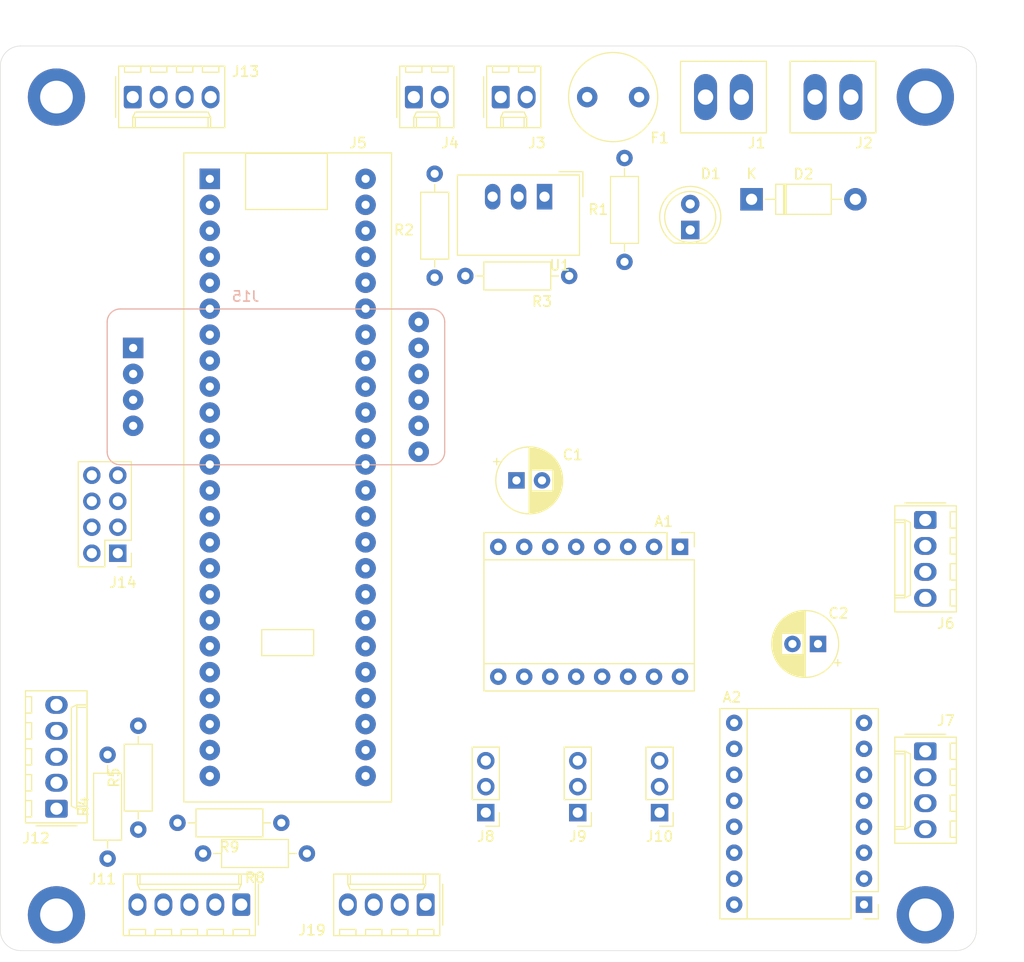
<source format=kicad_pcb>
(kicad_pcb (version 20171130) (host pcbnew "(5.1.10)-1")

  (general
    (thickness 1.6)
    (drawings 10)
    (tracks 0)
    (zones 0)
    (modules 35)
    (nets 48)
  )

  (page A4)
  (layers
    (0 F.Cu signal)
    (31 B.Cu signal)
    (32 B.Adhes user)
    (33 F.Adhes user)
    (34 B.Paste user)
    (35 F.Paste user)
    (36 B.SilkS user)
    (37 F.SilkS user)
    (38 B.Mask user)
    (39 F.Mask user)
    (40 Dwgs.User user)
    (41 Cmts.User user)
    (42 Eco1.User user)
    (43 Eco2.User user)
    (44 Edge.Cuts user)
    (45 Margin user)
    (46 B.CrtYd user)
    (47 F.CrtYd user)
    (48 B.Fab user)
    (49 F.Fab user)
  )

  (setup
    (last_trace_width 0.4)
    (user_trace_width 0.5)
    (user_trace_width 1)
    (trace_clearance 0.3)
    (zone_clearance 0.508)
    (zone_45_only no)
    (trace_min 0.4)
    (via_size 0.8)
    (via_drill 0.4)
    (via_min_size 0.6)
    (via_min_drill 0.3)
    (uvia_size 0.3)
    (uvia_drill 0.1)
    (uvias_allowed no)
    (uvia_min_size 0.2)
    (uvia_min_drill 0.1)
    (edge_width 0.05)
    (segment_width 0.2)
    (pcb_text_width 0.3)
    (pcb_text_size 1.5 1.5)
    (mod_edge_width 0.12)
    (mod_text_size 1 1)
    (mod_text_width 0.15)
    (pad_size 1.524 1.524)
    (pad_drill 0.762)
    (pad_to_mask_clearance 0)
    (aux_axis_origin 0 0)
    (visible_elements 7FFFFFFF)
    (pcbplotparams
      (layerselection 0x010fc_ffffffff)
      (usegerberextensions false)
      (usegerberattributes true)
      (usegerberadvancedattributes true)
      (creategerberjobfile true)
      (excludeedgelayer true)
      (linewidth 0.100000)
      (plotframeref false)
      (viasonmask false)
      (mode 1)
      (useauxorigin false)
      (hpglpennumber 1)
      (hpglpenspeed 20)
      (hpglpendiameter 15.000000)
      (psnegative false)
      (psa4output false)
      (plotreference true)
      (plotvalue true)
      (plotinvisibletext false)
      (padsonsilk false)
      (subtractmaskfromsilk false)
      (outputformat 1)
      (mirror false)
      (drillshape 1)
      (scaleselection 1)
      (outputdirectory ""))
  )

  (net 0 "")
  (net 1 "Net-(J1-Pad2)")
  (net 2 GND)
  (net 3 +5V)
  (net 4 /Von)
  (net 5 /M2)
  (net 6 /M1)
  (net 7 /M0)
  (net 8 "Net-(D2-Pad1)")
  (net 9 /STEP_D)
  (net 10 /STEP_G)
  (net 11 +3V3)
  (net 12 /Varu)
  (net 13 /DIR_D)
  (net 14 /DIR_G)
  (net 15 /EN)
  (net 16 "Net-(D1-Pad2)")
  (net 17 "Net-(A1-Pad3)")
  (net 18 "Net-(A1-Pad5)")
  (net 19 "Net-(A1-Pad6)")
  (net 20 "Net-(A2-Pad3)")
  (net 21 "Net-(A2-Pad5)")
  (net 22 "Net-(A2-Pad6)")
  (net 23 /A1D)
  (net 24 /A1G)
  (net 25 /CE)
  (net 26 /IRQ)
  (net 27 /CODD_B)
  (net 28 /CODD_A)
  (net 29 "Net-(F1-Pad1)")
  (net 30 /Vbat)
  (net 31 /RX4)
  (net 32 /SCK0)
  (net 33 /MISO0)
  (net 34 /MOSI0)
  (net 35 /CS0)
  (net 36 /TX1)
  (net 37 /RX1)
  (net 38 /TX4)
  (net 39 /TX3)
  (net 40 /SDA0)
  (net 41 /RX3)
  (net 42 /SCL0)
  (net 43 /PWM2)
  (net 44 /PWM1)
  (net 45 /CODG_B)
  (net 46 /CODG_A)
  (net 47 /17)

  (net_class Default "This is the default net class."
    (clearance 0.3)
    (trace_width 0.4)
    (via_dia 0.8)
    (via_drill 0.4)
    (uvia_dia 0.3)
    (uvia_drill 0.1)
    (diff_pair_width 0.4)
    (diff_pair_gap 0.3)
    (add_net +3V3)
    (add_net +5V)
    (add_net /17)
    (add_net /A1D)
    (add_net /A1G)
    (add_net /CE)
    (add_net /CODD_A)
    (add_net /CODD_B)
    (add_net /CODG_A)
    (add_net /CODG_B)
    (add_net /CS0)
    (add_net /DIR_D)
    (add_net /DIR_G)
    (add_net /EN)
    (add_net /IRQ)
    (add_net /M0)
    (add_net /M1)
    (add_net /M2)
    (add_net /MISO0)
    (add_net /MOSI0)
    (add_net /MS1)
    (add_net /MS2)
    (add_net /MS3)
    (add_net /MS4)
    (add_net /PWM1)
    (add_net /PWM2)
    (add_net /RX1)
    (add_net /RX3)
    (add_net /RX4)
    (add_net /SCK0)
    (add_net /SCL0)
    (add_net /SCL2)
    (add_net /SDA0)
    (add_net /SDA2)
    (add_net /STEP_D)
    (add_net /STEP_G)
    (add_net /TX1)
    (add_net /TX3)
    (add_net /TX4)
    (add_net /Varu)
    (add_net /Vbat)
    (add_net /Von)
    (add_net GND)
    (add_net "Net-(A1-Pad2)")
    (add_net "Net-(A1-Pad3)")
    (add_net "Net-(A1-Pad5)")
    (add_net "Net-(A1-Pad6)")
    (add_net "Net-(A2-Pad2)")
    (add_net "Net-(A2-Pad3)")
    (add_net "Net-(A2-Pad5)")
    (add_net "Net-(A2-Pad6)")
    (add_net "Net-(D1-Pad2)")
    (add_net "Net-(D2-Pad1)")
    (add_net "Net-(F1-Pad1)")
    (add_net "Net-(J1-Pad2)")
    (add_net "Net-(J5-Pad16)")
    (add_net "Net-(J5-Pad25)")
    (add_net "Net-(J5-Pad26)")
    (add_net "Net-(J5-Pad32)")
    (add_net "Net-(J5-Pad33)")
    (add_net "Net-(J5-Pad4)")
    (add_net "Net-(J5-Pad44)")
    (add_net "Net-(J5-Pad46)")
    (add_net "Net-(J5-Pad47)")
    (add_net "Net-(J5-Pad7)")
    (add_net "Net-(J5-Pad8)")
  )

  (module Resistor_THT:R_Axial_DIN0207_L6.3mm_D2.5mm_P10.16mm_Horizontal (layer F.Cu) (tedit 5AE5139B) (tstamp 61085EE0)
    (at 82 126 180)
    (descr "Resistor, Axial_DIN0207 series, Axial, Horizontal, pin pitch=10.16mm, 0.25W = 1/4W, length*diameter=6.3*2.5mm^2, http://cdn-reichelt.de/documents/datenblatt/B400/1_4W%23YAG.pdf")
    (tags "Resistor Axial_DIN0207 series Axial Horizontal pin pitch 10.16mm 0.25W = 1/4W length 6.3mm diameter 2.5mm")
    (path /61424482)
    (fp_text reference R9 (at 5.08 -2.37) (layer F.SilkS)
      (effects (font (size 1 1) (thickness 0.15)))
    )
    (fp_text value 390k (at 5.08 2.37) (layer F.Fab)
      (effects (font (size 1 1) (thickness 0.15)))
    )
    (fp_text user %R (at 5.08 0) (layer F.Fab)
      (effects (font (size 1 1) (thickness 0.15)))
    )
    (fp_line (start 1.93 -1.25) (end 1.93 1.25) (layer F.Fab) (width 0.1))
    (fp_line (start 1.93 1.25) (end 8.23 1.25) (layer F.Fab) (width 0.1))
    (fp_line (start 8.23 1.25) (end 8.23 -1.25) (layer F.Fab) (width 0.1))
    (fp_line (start 8.23 -1.25) (end 1.93 -1.25) (layer F.Fab) (width 0.1))
    (fp_line (start 0 0) (end 1.93 0) (layer F.Fab) (width 0.1))
    (fp_line (start 10.16 0) (end 8.23 0) (layer F.Fab) (width 0.1))
    (fp_line (start 1.81 -1.37) (end 1.81 1.37) (layer F.SilkS) (width 0.12))
    (fp_line (start 1.81 1.37) (end 8.35 1.37) (layer F.SilkS) (width 0.12))
    (fp_line (start 8.35 1.37) (end 8.35 -1.37) (layer F.SilkS) (width 0.12))
    (fp_line (start 8.35 -1.37) (end 1.81 -1.37) (layer F.SilkS) (width 0.12))
    (fp_line (start 1.04 0) (end 1.81 0) (layer F.SilkS) (width 0.12))
    (fp_line (start 9.12 0) (end 8.35 0) (layer F.SilkS) (width 0.12))
    (fp_line (start -1.05 -1.5) (end -1.05 1.5) (layer F.CrtYd) (width 0.05))
    (fp_line (start -1.05 1.5) (end 11.21 1.5) (layer F.CrtYd) (width 0.05))
    (fp_line (start 11.21 1.5) (end 11.21 -1.5) (layer F.CrtYd) (width 0.05))
    (fp_line (start 11.21 -1.5) (end -1.05 -1.5) (layer F.CrtYd) (width 0.05))
    (pad 2 thru_hole oval (at 10.16 0 180) (size 1.6 1.6) (drill 0.8) (layers *.Cu *.Mask)
      (net 45 /CODG_B))
    (pad 1 thru_hole circle (at 0 0 180) (size 1.6 1.6) (drill 0.8) (layers *.Cu *.Mask)
      (net 3 +5V))
    (model ${KISYS3DMOD}/Resistor_THT.3dshapes/R_Axial_DIN0207_L6.3mm_D2.5mm_P10.16mm_Horizontal.wrl
      (at (xyz 0 0 0))
      (scale (xyz 1 1 1))
      (rotate (xyz 0 0 0))
    )
  )

  (module Resistor_THT:R_Axial_DIN0207_L6.3mm_D2.5mm_P10.16mm_Horizontal (layer F.Cu) (tedit 5AE5139B) (tstamp 61085EC9)
    (at 84.5 129 180)
    (descr "Resistor, Axial_DIN0207 series, Axial, Horizontal, pin pitch=10.16mm, 0.25W = 1/4W, length*diameter=6.3*2.5mm^2, http://cdn-reichelt.de/documents/datenblatt/B400/1_4W%23YAG.pdf")
    (tags "Resistor Axial_DIN0207 series Axial Horizontal pin pitch 10.16mm 0.25W = 1/4W length 6.3mm diameter 2.5mm")
    (path /61423923)
    (fp_text reference R8 (at 5.08 -2.37) (layer F.SilkS)
      (effects (font (size 1 1) (thickness 0.15)))
    )
    (fp_text value 390k (at 5.08 2.37) (layer F.Fab)
      (effects (font (size 1 1) (thickness 0.15)))
    )
    (fp_text user %R (at 5.08 0) (layer F.Fab)
      (effects (font (size 1 1) (thickness 0.15)))
    )
    (fp_line (start 1.93 -1.25) (end 1.93 1.25) (layer F.Fab) (width 0.1))
    (fp_line (start 1.93 1.25) (end 8.23 1.25) (layer F.Fab) (width 0.1))
    (fp_line (start 8.23 1.25) (end 8.23 -1.25) (layer F.Fab) (width 0.1))
    (fp_line (start 8.23 -1.25) (end 1.93 -1.25) (layer F.Fab) (width 0.1))
    (fp_line (start 0 0) (end 1.93 0) (layer F.Fab) (width 0.1))
    (fp_line (start 10.16 0) (end 8.23 0) (layer F.Fab) (width 0.1))
    (fp_line (start 1.81 -1.37) (end 1.81 1.37) (layer F.SilkS) (width 0.12))
    (fp_line (start 1.81 1.37) (end 8.35 1.37) (layer F.SilkS) (width 0.12))
    (fp_line (start 8.35 1.37) (end 8.35 -1.37) (layer F.SilkS) (width 0.12))
    (fp_line (start 8.35 -1.37) (end 1.81 -1.37) (layer F.SilkS) (width 0.12))
    (fp_line (start 1.04 0) (end 1.81 0) (layer F.SilkS) (width 0.12))
    (fp_line (start 9.12 0) (end 8.35 0) (layer F.SilkS) (width 0.12))
    (fp_line (start -1.05 -1.5) (end -1.05 1.5) (layer F.CrtYd) (width 0.05))
    (fp_line (start -1.05 1.5) (end 11.21 1.5) (layer F.CrtYd) (width 0.05))
    (fp_line (start 11.21 1.5) (end 11.21 -1.5) (layer F.CrtYd) (width 0.05))
    (fp_line (start 11.21 -1.5) (end -1.05 -1.5) (layer F.CrtYd) (width 0.05))
    (pad 2 thru_hole oval (at 10.16 0 180) (size 1.6 1.6) (drill 0.8) (layers *.Cu *.Mask)
      (net 46 /CODG_A))
    (pad 1 thru_hole circle (at 0 0 180) (size 1.6 1.6) (drill 0.8) (layers *.Cu *.Mask)
      (net 3 +5V))
    (model ${KISYS3DMOD}/Resistor_THT.3dshapes/R_Axial_DIN0207_L6.3mm_D2.5mm_P10.16mm_Horizontal.wrl
      (at (xyz 0 0 0))
      (scale (xyz 1 1 1))
      (rotate (xyz 0 0 0))
    )
  )

  (module Resistor_THT:R_Axial_DIN0207_L6.3mm_D2.5mm_P10.16mm_Horizontal (layer F.Cu) (tedit 5AE5139B) (tstamp 61085EB2)
    (at 68 126.66 90)
    (descr "Resistor, Axial_DIN0207 series, Axial, Horizontal, pin pitch=10.16mm, 0.25W = 1/4W, length*diameter=6.3*2.5mm^2, http://cdn-reichelt.de/documents/datenblatt/B400/1_4W%23YAG.pdf")
    (tags "Resistor Axial_DIN0207 series Axial Horizontal pin pitch 10.16mm 0.25W = 1/4W length 6.3mm diameter 2.5mm")
    (path /610F6257)
    (fp_text reference R5 (at 5.08 -2.37 90) (layer F.SilkS)
      (effects (font (size 1 1) (thickness 0.15)))
    )
    (fp_text value 390k (at 5.08 2.37 90) (layer F.Fab)
      (effects (font (size 1 1) (thickness 0.15)))
    )
    (fp_text user %R (at 5.08 0 90) (layer F.Fab)
      (effects (font (size 1 1) (thickness 0.15)))
    )
    (fp_line (start 1.93 -1.25) (end 1.93 1.25) (layer F.Fab) (width 0.1))
    (fp_line (start 1.93 1.25) (end 8.23 1.25) (layer F.Fab) (width 0.1))
    (fp_line (start 8.23 1.25) (end 8.23 -1.25) (layer F.Fab) (width 0.1))
    (fp_line (start 8.23 -1.25) (end 1.93 -1.25) (layer F.Fab) (width 0.1))
    (fp_line (start 0 0) (end 1.93 0) (layer F.Fab) (width 0.1))
    (fp_line (start 10.16 0) (end 8.23 0) (layer F.Fab) (width 0.1))
    (fp_line (start 1.81 -1.37) (end 1.81 1.37) (layer F.SilkS) (width 0.12))
    (fp_line (start 1.81 1.37) (end 8.35 1.37) (layer F.SilkS) (width 0.12))
    (fp_line (start 8.35 1.37) (end 8.35 -1.37) (layer F.SilkS) (width 0.12))
    (fp_line (start 8.35 -1.37) (end 1.81 -1.37) (layer F.SilkS) (width 0.12))
    (fp_line (start 1.04 0) (end 1.81 0) (layer F.SilkS) (width 0.12))
    (fp_line (start 9.12 0) (end 8.35 0) (layer F.SilkS) (width 0.12))
    (fp_line (start -1.05 -1.5) (end -1.05 1.5) (layer F.CrtYd) (width 0.05))
    (fp_line (start -1.05 1.5) (end 11.21 1.5) (layer F.CrtYd) (width 0.05))
    (fp_line (start 11.21 1.5) (end 11.21 -1.5) (layer F.CrtYd) (width 0.05))
    (fp_line (start 11.21 -1.5) (end -1.05 -1.5) (layer F.CrtYd) (width 0.05))
    (pad 2 thru_hole oval (at 10.16 0 90) (size 1.6 1.6) (drill 0.8) (layers *.Cu *.Mask)
      (net 27 /CODD_B))
    (pad 1 thru_hole circle (at 0 0 90) (size 1.6 1.6) (drill 0.8) (layers *.Cu *.Mask)
      (net 3 +5V))
    (model ${KISYS3DMOD}/Resistor_THT.3dshapes/R_Axial_DIN0207_L6.3mm_D2.5mm_P10.16mm_Horizontal.wrl
      (at (xyz 0 0 0))
      (scale (xyz 1 1 1))
      (rotate (xyz 0 0 0))
    )
  )

  (module Resistor_THT:R_Axial_DIN0207_L6.3mm_D2.5mm_P10.16mm_Horizontal (layer F.Cu) (tedit 5AE5139B) (tstamp 61085E9B)
    (at 65 129.5 90)
    (descr "Resistor, Axial_DIN0207 series, Axial, Horizontal, pin pitch=10.16mm, 0.25W = 1/4W, length*diameter=6.3*2.5mm^2, http://cdn-reichelt.de/documents/datenblatt/B400/1_4W%23YAG.pdf")
    (tags "Resistor Axial_DIN0207 series Axial Horizontal pin pitch 10.16mm 0.25W = 1/4W length 6.3mm diameter 2.5mm")
    (path /610F5E26)
    (fp_text reference R4 (at 5.08 -2.37 90) (layer F.SilkS)
      (effects (font (size 1 1) (thickness 0.15)))
    )
    (fp_text value 390k (at 5.08 2.37 90) (layer F.Fab)
      (effects (font (size 1 1) (thickness 0.15)))
    )
    (fp_text user %R (at 5.08 0 90) (layer F.Fab)
      (effects (font (size 1 1) (thickness 0.15)))
    )
    (fp_line (start 1.93 -1.25) (end 1.93 1.25) (layer F.Fab) (width 0.1))
    (fp_line (start 1.93 1.25) (end 8.23 1.25) (layer F.Fab) (width 0.1))
    (fp_line (start 8.23 1.25) (end 8.23 -1.25) (layer F.Fab) (width 0.1))
    (fp_line (start 8.23 -1.25) (end 1.93 -1.25) (layer F.Fab) (width 0.1))
    (fp_line (start 0 0) (end 1.93 0) (layer F.Fab) (width 0.1))
    (fp_line (start 10.16 0) (end 8.23 0) (layer F.Fab) (width 0.1))
    (fp_line (start 1.81 -1.37) (end 1.81 1.37) (layer F.SilkS) (width 0.12))
    (fp_line (start 1.81 1.37) (end 8.35 1.37) (layer F.SilkS) (width 0.12))
    (fp_line (start 8.35 1.37) (end 8.35 -1.37) (layer F.SilkS) (width 0.12))
    (fp_line (start 8.35 -1.37) (end 1.81 -1.37) (layer F.SilkS) (width 0.12))
    (fp_line (start 1.04 0) (end 1.81 0) (layer F.SilkS) (width 0.12))
    (fp_line (start 9.12 0) (end 8.35 0) (layer F.SilkS) (width 0.12))
    (fp_line (start -1.05 -1.5) (end -1.05 1.5) (layer F.CrtYd) (width 0.05))
    (fp_line (start -1.05 1.5) (end 11.21 1.5) (layer F.CrtYd) (width 0.05))
    (fp_line (start 11.21 1.5) (end 11.21 -1.5) (layer F.CrtYd) (width 0.05))
    (fp_line (start 11.21 -1.5) (end -1.05 -1.5) (layer F.CrtYd) (width 0.05))
    (pad 2 thru_hole oval (at 10.16 0 90) (size 1.6 1.6) (drill 0.8) (layers *.Cu *.Mask)
      (net 28 /CODD_A))
    (pad 1 thru_hole circle (at 0 0 90) (size 1.6 1.6) (drill 0.8) (layers *.Cu *.Mask)
      (net 3 +5V))
    (model ${KISYS3DMOD}/Resistor_THT.3dshapes/R_Axial_DIN0207_L6.3mm_D2.5mm_P10.16mm_Horizontal.wrl
      (at (xyz 0 0 0))
      (scale (xyz 1 1 1))
      (rotate (xyz 0 0 0))
    )
  )

  (module Mes_empreintes:Adaptateur-Servo-Dynamixel (layer B.Cu) (tedit 61084199) (tstamp 6108FCDF)
    (at 67.5 79.54 270)
    (path /6107AD87)
    (fp_text reference J15 (at -5.04 -11) (layer B.SilkS)
      (effects (font (size 1 1) (thickness 0.15)) (justify mirror))
    )
    (fp_text value Shield-Actionneurs (at 12.46 -15) (layer B.Fab)
      (effects (font (size 1 1) (thickness 0.15)) (justify mirror))
    )
    (fp_line (start -3.81 1.27) (end -3.81 -29.21) (layer B.SilkS) (width 0.12))
    (fp_line (start -2.54 -30.48) (end 10.16 -30.48) (layer B.SilkS) (width 0.12))
    (fp_line (start 11.43 -29.21) (end 11.43 1.27) (layer B.SilkS) (width 0.12))
    (fp_line (start 10.16 2.54) (end -2.54 2.54) (layer B.SilkS) (width 0.12))
    (fp_arc (start -2.54 -29.21) (end -3.81 -29.21) (angle 90) (layer B.SilkS) (width 0.12))
    (fp_arc (start 10.16 -29.21) (end 10.16 -30.48) (angle 90) (layer B.SilkS) (width 0.12))
    (fp_arc (start 10.16 1.27) (end 11.43 1.27) (angle 90) (layer B.SilkS) (width 0.12))
    (fp_arc (start -2.54 1.27) (end -2.54 2.54) (angle 90) (layer B.SilkS) (width 0.12))
    (pad 10 thru_hole circle (at 10.16 -27.94 270) (size 2 2) (drill 0.8) (layers *.Cu *.Mask)
      (net 47 /17))
    (pad 9 thru_hole circle (at 7.62 -27.94 270) (size 2 2) (drill 0.8) (layers *.Cu *.Mask)
      (net 40 /SDA0))
    (pad 8 thru_hole circle (at 5.08 -27.94 270) (size 2 2) (drill 0.8) (layers *.Cu *.Mask)
      (net 42 /SCL0))
    (pad 7 thru_hole circle (at 2.54 -27.94 270) (size 2 2) (drill 0.8) (layers *.Cu *.Mask)
      (net 43 /PWM2))
    (pad 6 thru_hole circle (at 0 -27.94 270) (size 2 2) (drill 0.8) (layers *.Cu *.Mask)
      (net 44 /PWM1))
    (pad 5 thru_hole circle (at -2.54 -27.94 270) (size 2 2) (drill 0.8) (layers *.Cu *.Mask)
      (net 3 +5V))
    (pad 4 thru_hole circle (at 7.62 0 270) (size 2 2) (drill 0.8) (layers *.Cu *.Mask)
      (net 2 GND))
    (pad 3 thru_hole circle (at 5.08 0 270) (size 2 2) (drill 0.8) (layers *.Cu *.Mask)
      (net 39 /TX3))
    (pad 2 thru_hole circle (at 2.54 0 270) (size 2 2) (drill 0.8) (layers *.Cu *.Mask)
      (net 41 /RX3))
    (pad 1 thru_hole rect (at 0 0 270) (size 2 2) (drill 0.8) (layers *.Cu *.Mask)
      (net 12 /Varu))
  )

  (module Mes_empreintes:Teensy-3.5-3.6 (layer F.Cu) (tedit 6108388D) (tstamp 60FDF207)
    (at 75 63)
    (tags Teensy)
    (path /60FEF04F)
    (fp_text reference J5 (at 14.5 -3.5) (layer F.SilkS)
      (effects (font (size 1 1) (thickness 0.15)))
    )
    (fp_text value Teensy-3.5 (at 13.5 63.175) (layer F.Fab)
      (effects (font (size 1 1) (thickness 0.15)))
    )
    (fp_line (start -2.54 -2.54) (end 17.78 -2.54) (layer F.Fab) (width 0.12))
    (fp_line (start 17.78 -2.54) (end 17.78 60.96) (layer F.Fab) (width 0.12))
    (fp_line (start 17.78 60.96) (end -2.54 60.96) (layer F.Fab) (width 0.12))
    (fp_line (start -2.54 60.96) (end -2.54 -2.54) (layer F.Fab) (width 0.12))
    (fp_line (start 17.78 60.96) (end -2.54 60.96) (layer F.CrtYd) (width 0.12))
    (fp_line (start -2.54 60.96) (end -2.54 -2.54) (layer F.CrtYd) (width 0.12))
    (fp_line (start -2.54 -2.54) (end 17.78 -2.54) (layer F.CrtYd) (width 0.12))
    (fp_line (start 17.78 -2.54) (end 17.78 60.96) (layer F.CrtYd) (width 0.12))
    (fp_line (start -2.54 -2.54) (end 17.78 -2.54) (layer F.SilkS) (width 0.12))
    (fp_line (start 17.78 -2.54) (end 17.78 60.96) (layer F.SilkS) (width 0.12))
    (fp_line (start 17.78 60.96) (end -2.54 60.96) (layer F.SilkS) (width 0.12))
    (fp_line (start -2.54 60.96) (end -2.54 -2.54) (layer F.SilkS) (width 0.12))
    (fp_line (start 3.5 3) (end 11.5 3) (layer F.SilkS) (width 0.12))
    (fp_line (start 11.5 -2.5) (end 11.5 3) (layer F.SilkS) (width 0.12))
    (fp_line (start 3.5 -2.5) (end 11.5 -2.5) (layer F.SilkS) (width 0.12))
    (fp_line (start 3.5 3) (end 3.5 -2.5) (layer F.SilkS) (width 0.12))
    (fp_line (start 10.16 44.1) (end 10.16 46.64) (layer F.SilkS) (width 0.12))
    (fp_line (start 5.08 44.1) (end 10.16 44.1) (layer F.SilkS) (width 0.12))
    (fp_line (start 5.08 46.64) (end 5.08 44.1) (layer F.SilkS) (width 0.12))
    (fp_line (start 10.16 46.64) (end 5.08 46.64) (layer F.SilkS) (width 0.12))
    (fp_text user %R (at 7.62 6.985) (layer F.Fab)
      (effects (font (size 1.27 1.27) (thickness 0.15)))
    )
    (pad 26 thru_hole circle (at 15.24 55.88) (size 2 2) (drill 0.8) (layers *.Cu *.Mask))
    (pad 23 thru_hole circle (at 0 55.88) (size 2 2) (drill 0.8) (layers *.Cu *.Mask)
      (net 31 /RX4))
    (pad 27 thru_hole circle (at 15.24 53.34) (size 2 2) (drill 0.8) (layers *.Cu *.Mask)
      (net 14 /DIR_G))
    (pad 22 thru_hole circle (at 0 53.34) (size 2 2) (drill 0.8) (layers *.Cu *.Mask)
      (net 25 /CE))
    (pad 28 thru_hole circle (at 15.24 50.8) (size 2 2) (drill 0.8) (layers *.Cu *.Mask)
      (net 10 /STEP_G))
    (pad 21 thru_hole circle (at 0 50.8) (size 2 2) (drill 0.8) (layers *.Cu *.Mask)
      (net 28 /CODD_A))
    (pad 29 thru_hole circle (at 15.24 48.26) (size 2 2) (drill 0.8) (layers *.Cu *.Mask)
      (net 15 /EN))
    (pad 20 thru_hole circle (at 0 48.26) (size 2 2) (drill 0.8) (layers *.Cu *.Mask)
      (net 27 /CODD_B))
    (pad 30 thru_hole circle (at 15.24 45.72) (size 2 2) (drill 0.8) (layers *.Cu *.Mask)
      (net 9 /STEP_D))
    (pad 19 thru_hole circle (at 0 45.72) (size 2 2) (drill 0.8) (layers *.Cu *.Mask)
      (net 32 /SCK0))
    (pad 31 thru_hole circle (at 15.24 43.18) (size 2 2) (drill 0.8) (layers *.Cu *.Mask)
      (net 13 /DIR_D))
    (pad 18 thru_hole circle (at 0 43.18) (size 2 2) (drill 0.8) (layers *.Cu *.Mask)
      (net 45 /CODG_B))
    (pad 32 thru_hole circle (at 15.24 40.64) (size 2 2) (drill 0.8) (layers *.Cu *.Mask))
    (pad 17 thru_hole circle (at 0 40.64) (size 2 2) (drill 0.8) (layers *.Cu *.Mask)
      (net 46 /CODG_A))
    (pad 33 thru_hole circle (at 15.24 38.1) (size 2 2) (drill 0.8) (layers *.Cu *.Mask))
    (pad 16 thru_hole circle (at 0 38.1) (size 2 2) (drill 0.8) (layers *.Cu *.Mask))
    (pad 34 thru_hole circle (at 15.24 35.56) (size 2 2) (drill 0.8) (layers *.Cu *.Mask)
      (net 2 GND))
    (pad 15 thru_hole circle (at 0 35.56) (size 2 2) (drill 0.8) (layers *.Cu *.Mask)
      (net 11 +3V3))
    (pad 35 thru_hole circle (at 15.24 33.02) (size 2 2) (drill 0.8) (layers *.Cu *.Mask))
    (pad 14 thru_hole circle (at 0 33.02) (size 2 2) (drill 0.8) (layers *.Cu *.Mask)
      (net 33 /MISO0))
    (pad 36 thru_hole circle (at 15.24 30.48) (size 2 2) (drill 0.8) (layers *.Cu *.Mask))
    (pad 13 thru_hole circle (at 0 30.48) (size 2 2) (drill 0.8) (layers *.Cu *.Mask)
      (net 34 /MOSI0))
    (pad 37 thru_hole circle (at 15.24 27.94) (size 2 2) (drill 0.8) (layers *.Cu *.Mask))
    (pad 12 thru_hole circle (at 0 27.94) (size 2 2) (drill 0.8) (layers *.Cu *.Mask)
      (net 35 /CS0))
    (pad 38 thru_hole circle (at 15.24 25.4) (size 2 2) (drill 0.8) (layers *.Cu *.Mask))
    (pad 11 thru_hole circle (at 0 25.4) (size 2 2) (drill 0.8) (layers *.Cu *.Mask)
      (net 26 /IRQ))
    (pad 39 thru_hole circle (at 15.24 22.86) (size 2 2) (drill 0.8) (layers *.Cu *.Mask)
      (net 47 /17))
    (pad 10 thru_hole circle (at 0 22.86) (size 2 2) (drill 0.8) (layers *.Cu *.Mask)
      (net 39 /TX3))
    (pad 40 thru_hole circle (at 15.24 20.32) (size 2 2) (drill 0.8) (layers *.Cu *.Mask)
      (net 40 /SDA0))
    (pad 9 thru_hole circle (at 0 20.32) (size 2 2) (drill 0.8) (layers *.Cu *.Mask)
      (net 41 /RX3))
    (pad 41 thru_hole circle (at 15.24 17.78) (size 2 2) (drill 0.8) (layers *.Cu *.Mask)
      (net 42 /SCL0))
    (pad 8 thru_hole circle (at 0 17.78) (size 2 2) (drill 0.8) (layers *.Cu *.Mask))
    (pad 42 thru_hole circle (at 15.24 15.24) (size 2 2) (drill 0.8) (layers *.Cu *.Mask)
      (net 43 /PWM2))
    (pad 7 thru_hole circle (at 0 15.24) (size 2 2) (drill 0.8) (layers *.Cu *.Mask))
    (pad 43 thru_hole circle (at 15.24 12.7) (size 2 2) (drill 0.8) (layers *.Cu *.Mask)
      (net 44 /PWM1))
    (pad 6 thru_hole circle (at 0 12.7) (size 2 2) (drill 0.8) (layers *.Cu *.Mask))
    (pad 44 thru_hole circle (at 15.24 10.16) (size 2 2) (drill 0.8) (layers *.Cu *.Mask))
    (pad 5 thru_hole circle (at 0 10.16) (size 2 2) (drill 0.8) (layers *.Cu *.Mask))
    (pad 45 thru_hole circle (at 15.24 7.62) (size 2 2) (drill 0.8) (layers *.Cu *.Mask)
      (net 30 /Vbat))
    (pad 4 thru_hole circle (at 0 7.62) (size 2 2) (drill 0.8) (layers *.Cu *.Mask))
    (pad 46 thru_hole circle (at 15.24 5.08) (size 2 2) (drill 0.8) (layers *.Cu *.Mask))
    (pad 3 thru_hole circle (at 0 5.08) (size 2 2) (drill 0.8) (layers *.Cu *.Mask)
      (net 36 /TX1))
    (pad 47 thru_hole circle (at 15.24 2.54) (size 2 2) (drill 0.8) (layers *.Cu *.Mask))
    (pad 2 thru_hole circle (at 0 2.54) (size 2 2) (drill 0.8) (layers *.Cu *.Mask)
      (net 37 /RX1))
    (pad 48 thru_hole circle (at 15.24 0) (size 2 2) (drill 0.8) (layers *.Cu *.Mask)
      (net 3 +5V))
    (pad 1 thru_hole rect (at 0 0) (size 2 2) (drill 0.8) (layers *.Cu *.Mask)
      (net 2 GND))
    (pad 24 thru_hole circle (at 0 58.42) (size 2 2) (drill 0.8) (layers *.Cu *.Mask)
      (net 38 /TX4))
    (pad 25 thru_hole circle (at 15.24 58.42) (size 2 2) (drill 0.8) (layers *.Cu *.Mask))
  )

  (module Resistor_THT:R_Axial_DIN0207_L6.3mm_D2.5mm_P10.16mm_Horizontal (layer F.Cu) (tedit 5AE5139B) (tstamp 6106FE30)
    (at 100 72.5)
    (descr "Resistor, Axial_DIN0207 series, Axial, Horizontal, pin pitch=10.16mm, 0.25W = 1/4W, length*diameter=6.3*2.5mm^2, http://cdn-reichelt.de/documents/datenblatt/B400/1_4W%23YAG.pdf")
    (tags "Resistor Axial_DIN0207 series Axial Horizontal pin pitch 10.16mm 0.25W = 1/4W length 6.3mm diameter 2.5mm")
    (path /61031286)
    (fp_text reference R3 (at 7.5 2.5) (layer F.SilkS)
      (effects (font (size 1 1) (thickness 0.15)))
    )
    (fp_text value 100k (at 5.08 2.37) (layer F.Fab)
      (effects (font (size 1 1) (thickness 0.15)))
    )
    (fp_line (start 1.93 -1.25) (end 1.93 1.25) (layer F.Fab) (width 0.1))
    (fp_line (start 1.93 1.25) (end 8.23 1.25) (layer F.Fab) (width 0.1))
    (fp_line (start 8.23 1.25) (end 8.23 -1.25) (layer F.Fab) (width 0.1))
    (fp_line (start 8.23 -1.25) (end 1.93 -1.25) (layer F.Fab) (width 0.1))
    (fp_line (start 0 0) (end 1.93 0) (layer F.Fab) (width 0.1))
    (fp_line (start 10.16 0) (end 8.23 0) (layer F.Fab) (width 0.1))
    (fp_line (start 1.81 -1.37) (end 1.81 1.37) (layer F.SilkS) (width 0.12))
    (fp_line (start 1.81 1.37) (end 8.35 1.37) (layer F.SilkS) (width 0.12))
    (fp_line (start 8.35 1.37) (end 8.35 -1.37) (layer F.SilkS) (width 0.12))
    (fp_line (start 8.35 -1.37) (end 1.81 -1.37) (layer F.SilkS) (width 0.12))
    (fp_line (start 1.04 0) (end 1.81 0) (layer F.SilkS) (width 0.12))
    (fp_line (start 9.12 0) (end 8.35 0) (layer F.SilkS) (width 0.12))
    (fp_line (start -1.05 -1.5) (end -1.05 1.5) (layer F.CrtYd) (width 0.05))
    (fp_line (start -1.05 1.5) (end 11.21 1.5) (layer F.CrtYd) (width 0.05))
    (fp_line (start 11.21 1.5) (end 11.21 -1.5) (layer F.CrtYd) (width 0.05))
    (fp_line (start 11.21 -1.5) (end -1.05 -1.5) (layer F.CrtYd) (width 0.05))
    (fp_text user %R (at 5.08 0) (layer F.Fab)
      (effects (font (size 1 1) (thickness 0.15)))
    )
    (pad 2 thru_hole oval (at 10.16 0) (size 1.6 1.6) (drill 0.8) (layers *.Cu *.Mask)
      (net 2 GND))
    (pad 1 thru_hole circle (at 0 0) (size 1.6 1.6) (drill 0.8) (layers *.Cu *.Mask)
      (net 30 /Vbat))
    (model ${KISYS3DMOD}/Resistor_THT.3dshapes/R_Axial_DIN0207_L6.3mm_D2.5mm_P10.16mm_Horizontal.wrl
      (at (xyz 0 0 0))
      (scale (xyz 1 1 1))
      (rotate (xyz 0 0 0))
    )
  )

  (module Resistor_THT:R_Axial_DIN0207_L6.3mm_D2.5mm_P10.16mm_Horizontal (layer F.Cu) (tedit 5AE5139B) (tstamp 6106FE19)
    (at 97 62.5 270)
    (descr "Resistor, Axial_DIN0207 series, Axial, Horizontal, pin pitch=10.16mm, 0.25W = 1/4W, length*diameter=6.3*2.5mm^2, http://cdn-reichelt.de/documents/datenblatt/B400/1_4W%23YAG.pdf")
    (tags "Resistor Axial_DIN0207 series Axial Horizontal pin pitch 10.16mm 0.25W = 1/4W length 6.3mm diameter 2.5mm")
    (path /61030110)
    (fp_text reference R2 (at 5.5 3 180) (layer F.SilkS)
      (effects (font (size 1 1) (thickness 0.15)))
    )
    (fp_text value 390k (at 5.08 2.37 90) (layer F.Fab)
      (effects (font (size 1 1) (thickness 0.15)))
    )
    (fp_line (start 1.93 -1.25) (end 1.93 1.25) (layer F.Fab) (width 0.1))
    (fp_line (start 1.93 1.25) (end 8.23 1.25) (layer F.Fab) (width 0.1))
    (fp_line (start 8.23 1.25) (end 8.23 -1.25) (layer F.Fab) (width 0.1))
    (fp_line (start 8.23 -1.25) (end 1.93 -1.25) (layer F.Fab) (width 0.1))
    (fp_line (start 0 0) (end 1.93 0) (layer F.Fab) (width 0.1))
    (fp_line (start 10.16 0) (end 8.23 0) (layer F.Fab) (width 0.1))
    (fp_line (start 1.81 -1.37) (end 1.81 1.37) (layer F.SilkS) (width 0.12))
    (fp_line (start 1.81 1.37) (end 8.35 1.37) (layer F.SilkS) (width 0.12))
    (fp_line (start 8.35 1.37) (end 8.35 -1.37) (layer F.SilkS) (width 0.12))
    (fp_line (start 8.35 -1.37) (end 1.81 -1.37) (layer F.SilkS) (width 0.12))
    (fp_line (start 1.04 0) (end 1.81 0) (layer F.SilkS) (width 0.12))
    (fp_line (start 9.12 0) (end 8.35 0) (layer F.SilkS) (width 0.12))
    (fp_line (start -1.05 -1.5) (end -1.05 1.5) (layer F.CrtYd) (width 0.05))
    (fp_line (start -1.05 1.5) (end 11.21 1.5) (layer F.CrtYd) (width 0.05))
    (fp_line (start 11.21 1.5) (end 11.21 -1.5) (layer F.CrtYd) (width 0.05))
    (fp_line (start 11.21 -1.5) (end -1.05 -1.5) (layer F.CrtYd) (width 0.05))
    (fp_text user %R (at 5.08 0 90) (layer F.Fab)
      (effects (font (size 1 1) (thickness 0.15)))
    )
    (pad 2 thru_hole oval (at 10.16 0 270) (size 1.6 1.6) (drill 0.8) (layers *.Cu *.Mask)
      (net 30 /Vbat))
    (pad 1 thru_hole circle (at 0 0 270) (size 1.6 1.6) (drill 0.8) (layers *.Cu *.Mask)
      (net 4 /Von))
    (model ${KISYS3DMOD}/Resistor_THT.3dshapes/R_Axial_DIN0207_L6.3mm_D2.5mm_P10.16mm_Horizontal.wrl
      (at (xyz 0 0 0))
      (scale (xyz 1 1 1))
      (rotate (xyz 0 0 0))
    )
  )

  (module Connector_Molex:Molex_KK-254_AE-6410-04A_1x04_P2.54mm_Vertical (layer F.Cu) (tedit 5EA53D3B) (tstamp 6106973E)
    (at 145 96.3676 270)
    (descr "Molex KK-254 Interconnect System, old/engineering part number: AE-6410-04A example for new part number: 22-27-2041, 4 Pins (http://www.molex.com/pdm_docs/sd/022272021_sd.pdf), generated with kicad-footprint-generator")
    (tags "connector Molex KK-254 vertical")
    (path /61096DF5)
    (fp_text reference J6 (at 10.1324 -2 180) (layer F.SilkS)
      (effects (font (size 1 1) (thickness 0.15)))
    )
    (fp_text value Conn_DriverD (at 3.81 4.08 90) (layer F.Fab)
      (effects (font (size 1 1) (thickness 0.15)))
    )
    (fp_line (start 9.39 -3.42) (end -1.77 -3.42) (layer F.CrtYd) (width 0.05))
    (fp_line (start 9.39 3.38) (end 9.39 -3.42) (layer F.CrtYd) (width 0.05))
    (fp_line (start -1.77 3.38) (end 9.39 3.38) (layer F.CrtYd) (width 0.05))
    (fp_line (start -1.77 -3.42) (end -1.77 3.38) (layer F.CrtYd) (width 0.05))
    (fp_line (start 8.42 -2.43) (end 8.42 -3.03) (layer F.SilkS) (width 0.12))
    (fp_line (start 6.82 -2.43) (end 8.42 -2.43) (layer F.SilkS) (width 0.12))
    (fp_line (start 6.82 -3.03) (end 6.82 -2.43) (layer F.SilkS) (width 0.12))
    (fp_line (start 5.88 -2.43) (end 5.88 -3.03) (layer F.SilkS) (width 0.12))
    (fp_line (start 4.28 -2.43) (end 5.88 -2.43) (layer F.SilkS) (width 0.12))
    (fp_line (start 4.28 -3.03) (end 4.28 -2.43) (layer F.SilkS) (width 0.12))
    (fp_line (start 3.34 -2.43) (end 3.34 -3.03) (layer F.SilkS) (width 0.12))
    (fp_line (start 1.74 -2.43) (end 3.34 -2.43) (layer F.SilkS) (width 0.12))
    (fp_line (start 1.74 -3.03) (end 1.74 -2.43) (layer F.SilkS) (width 0.12))
    (fp_line (start 0.8 -2.43) (end 0.8 -3.03) (layer F.SilkS) (width 0.12))
    (fp_line (start -0.8 -2.43) (end 0.8 -2.43) (layer F.SilkS) (width 0.12))
    (fp_line (start -0.8 -3.03) (end -0.8 -2.43) (layer F.SilkS) (width 0.12))
    (fp_line (start 7.37 2.99) (end 7.37 1.99) (layer F.SilkS) (width 0.12))
    (fp_line (start 0.25 2.99) (end 0.25 1.99) (layer F.SilkS) (width 0.12))
    (fp_line (start 7.37 1.46) (end 7.62 1.99) (layer F.SilkS) (width 0.12))
    (fp_line (start 0.25 1.46) (end 7.37 1.46) (layer F.SilkS) (width 0.12))
    (fp_line (start 0 1.99) (end 0.25 1.46) (layer F.SilkS) (width 0.12))
    (fp_line (start 7.62 1.99) (end 7.62 2.99) (layer F.SilkS) (width 0.12))
    (fp_line (start 0 1.99) (end 7.62 1.99) (layer F.SilkS) (width 0.12))
    (fp_line (start 0 2.99) (end 0 1.99) (layer F.SilkS) (width 0.12))
    (fp_line (start -0.562893 0) (end -1.27 0.5) (layer F.Fab) (width 0.1))
    (fp_line (start -1.27 -0.5) (end -0.562893 0) (layer F.Fab) (width 0.1))
    (fp_line (start -1.67 -2) (end -1.67 2) (layer F.SilkS) (width 0.12))
    (fp_line (start 9 -3.03) (end -1.38 -3.03) (layer F.SilkS) (width 0.12))
    (fp_line (start 9 2.99) (end 9 -3.03) (layer F.SilkS) (width 0.12))
    (fp_line (start -1.38 2.99) (end 9 2.99) (layer F.SilkS) (width 0.12))
    (fp_line (start -1.38 -3.03) (end -1.38 2.99) (layer F.SilkS) (width 0.12))
    (fp_line (start 8.89 -2.92) (end -1.27 -2.92) (layer F.Fab) (width 0.1))
    (fp_line (start 8.89 2.88) (end 8.89 -2.92) (layer F.Fab) (width 0.1))
    (fp_line (start -1.27 2.88) (end 8.89 2.88) (layer F.Fab) (width 0.1))
    (fp_line (start -1.27 -2.92) (end -1.27 2.88) (layer F.Fab) (width 0.1))
    (fp_text user %R (at 3.81 -2.22 90) (layer F.Fab)
      (effects (font (size 1 1) (thickness 0.15)))
    )
    (pad 4 thru_hole oval (at 7.62 0 270) (size 1.74 2.19) (drill 1.19) (layers *.Cu *.Mask)
      (net 17 "Net-(A1-Pad3)"))
    (pad 3 thru_hole oval (at 5.08 0 270) (size 1.74 2.19) (drill 1.19) (layers *.Cu *.Mask)
      (net 23 /A1D))
    (pad 2 thru_hole oval (at 2.54 0 270) (size 1.74 2.19) (drill 1.19) (layers *.Cu *.Mask)
      (net 18 "Net-(A1-Pad5)"))
    (pad 1 thru_hole roundrect (at 0 0 270) (size 1.74 2.19) (drill 1.19) (layers *.Cu *.Mask) (roundrect_rratio 0.143678)
      (net 19 "Net-(A1-Pad6)"))
    (model ${KISYS3DMOD}/Connector_Molex.3dshapes/Molex_KK-254_AE-6410-04A_1x04_P2.54mm_Vertical.wrl
      (at (xyz 0 0 0))
      (scale (xyz 1 1 1))
      (rotate (xyz 0 0 0))
    )
  )

  (module Connector_Molex:Molex_KK-254_AE-6410-04A_1x04_P2.54mm_Vertical (layer F.Cu) (tedit 5EA53D3B) (tstamp 61048E00)
    (at 145 119 270)
    (descr "Molex KK-254 Interconnect System, old/engineering part number: AE-6410-04A example for new part number: 22-27-2041, 4 Pins (http://www.molex.com/pdm_docs/sd/022272021_sd.pdf), generated with kicad-footprint-generator")
    (tags "connector Molex KK-254 vertical")
    (path /61097CC3)
    (fp_text reference J7 (at -3 -2 180) (layer F.SilkS)
      (effects (font (size 1 1) (thickness 0.15)))
    )
    (fp_text value Conn_DriverG (at 10 0 180) (layer F.Fab)
      (effects (font (size 1 1) (thickness 0.15)))
    )
    (fp_line (start 9.39 -3.42) (end -1.77 -3.42) (layer F.CrtYd) (width 0.05))
    (fp_line (start 9.39 3.38) (end 9.39 -3.42) (layer F.CrtYd) (width 0.05))
    (fp_line (start -1.77 3.38) (end 9.39 3.38) (layer F.CrtYd) (width 0.05))
    (fp_line (start -1.77 -3.42) (end -1.77 3.38) (layer F.CrtYd) (width 0.05))
    (fp_line (start 8.42 -2.43) (end 8.42 -3.03) (layer F.SilkS) (width 0.12))
    (fp_line (start 6.82 -2.43) (end 8.42 -2.43) (layer F.SilkS) (width 0.12))
    (fp_line (start 6.82 -3.03) (end 6.82 -2.43) (layer F.SilkS) (width 0.12))
    (fp_line (start 5.88 -2.43) (end 5.88 -3.03) (layer F.SilkS) (width 0.12))
    (fp_line (start 4.28 -2.43) (end 5.88 -2.43) (layer F.SilkS) (width 0.12))
    (fp_line (start 4.28 -3.03) (end 4.28 -2.43) (layer F.SilkS) (width 0.12))
    (fp_line (start 3.34 -2.43) (end 3.34 -3.03) (layer F.SilkS) (width 0.12))
    (fp_line (start 1.74 -2.43) (end 3.34 -2.43) (layer F.SilkS) (width 0.12))
    (fp_line (start 1.74 -3.03) (end 1.74 -2.43) (layer F.SilkS) (width 0.12))
    (fp_line (start 0.8 -2.43) (end 0.8 -3.03) (layer F.SilkS) (width 0.12))
    (fp_line (start -0.8 -2.43) (end 0.8 -2.43) (layer F.SilkS) (width 0.12))
    (fp_line (start -0.8 -3.03) (end -0.8 -2.43) (layer F.SilkS) (width 0.12))
    (fp_line (start 7.37 2.99) (end 7.37 1.99) (layer F.SilkS) (width 0.12))
    (fp_line (start 0.25 2.99) (end 0.25 1.99) (layer F.SilkS) (width 0.12))
    (fp_line (start 7.37 1.46) (end 7.62 1.99) (layer F.SilkS) (width 0.12))
    (fp_line (start 0.25 1.46) (end 7.37 1.46) (layer F.SilkS) (width 0.12))
    (fp_line (start 0 1.99) (end 0.25 1.46) (layer F.SilkS) (width 0.12))
    (fp_line (start 7.62 1.99) (end 7.62 2.99) (layer F.SilkS) (width 0.12))
    (fp_line (start 0 1.99) (end 7.62 1.99) (layer F.SilkS) (width 0.12))
    (fp_line (start 0 2.99) (end 0 1.99) (layer F.SilkS) (width 0.12))
    (fp_line (start -0.562893 0) (end -1.27 0.5) (layer F.Fab) (width 0.1))
    (fp_line (start -1.27 -0.5) (end -0.562893 0) (layer F.Fab) (width 0.1))
    (fp_line (start -1.67 -2) (end -1.67 2) (layer F.SilkS) (width 0.12))
    (fp_line (start 9 -3.03) (end -1.38 -3.03) (layer F.SilkS) (width 0.12))
    (fp_line (start 9 2.99) (end 9 -3.03) (layer F.SilkS) (width 0.12))
    (fp_line (start -1.38 2.99) (end 9 2.99) (layer F.SilkS) (width 0.12))
    (fp_line (start -1.38 -3.03) (end -1.38 2.99) (layer F.SilkS) (width 0.12))
    (fp_line (start 8.89 -2.92) (end -1.27 -2.92) (layer F.Fab) (width 0.1))
    (fp_line (start 8.89 2.88) (end 8.89 -2.92) (layer F.Fab) (width 0.1))
    (fp_line (start -1.27 2.88) (end 8.89 2.88) (layer F.Fab) (width 0.1))
    (fp_line (start -1.27 -2.92) (end -1.27 2.88) (layer F.Fab) (width 0.1))
    (fp_text user %R (at 3.81 -2.22 90) (layer F.Fab)
      (effects (font (size 1 1) (thickness 0.15)))
    )
    (pad 4 thru_hole oval (at 7.62 0 270) (size 1.74 2.19) (drill 1.19) (layers *.Cu *.Mask)
      (net 20 "Net-(A2-Pad3)"))
    (pad 3 thru_hole oval (at 5.08 0 270) (size 1.74 2.19) (drill 1.19) (layers *.Cu *.Mask)
      (net 24 /A1G))
    (pad 2 thru_hole oval (at 2.54 0 270) (size 1.74 2.19) (drill 1.19) (layers *.Cu *.Mask)
      (net 21 "Net-(A2-Pad5)"))
    (pad 1 thru_hole roundrect (at 0 0 270) (size 1.74 2.19) (drill 1.19) (layers *.Cu *.Mask) (roundrect_rratio 0.143678)
      (net 22 "Net-(A2-Pad6)"))
    (model ${KISYS3DMOD}/Connector_Molex.3dshapes/Molex_KK-254_AE-6410-04A_1x04_P2.54mm_Vertical.wrl
      (at (xyz 0 0 0))
      (scale (xyz 1 1 1))
      (rotate (xyz 0 0 0))
    )
  )

  (module Connector_PinHeader_2.54mm:PinHeader_1x03_P2.54mm_Vertical (layer F.Cu) (tedit 59FED5CC) (tstamp 6100A006)
    (at 111 125 180)
    (descr "Through hole straight pin header, 1x03, 2.54mm pitch, single row")
    (tags "Through hole pin header THT 1x03 2.54mm single row")
    (path /61022DBE)
    (fp_text reference J9 (at 0 -2.33) (layer F.SilkS)
      (effects (font (size 1 1) (thickness 0.15)))
    )
    (fp_text value Conn_01x03 (at 0 7.41) (layer F.Fab)
      (effects (font (size 1 1) (thickness 0.15)))
    )
    (fp_line (start -0.635 -1.27) (end 1.27 -1.27) (layer F.Fab) (width 0.1))
    (fp_line (start 1.27 -1.27) (end 1.27 6.35) (layer F.Fab) (width 0.1))
    (fp_line (start 1.27 6.35) (end -1.27 6.35) (layer F.Fab) (width 0.1))
    (fp_line (start -1.27 6.35) (end -1.27 -0.635) (layer F.Fab) (width 0.1))
    (fp_line (start -1.27 -0.635) (end -0.635 -1.27) (layer F.Fab) (width 0.1))
    (fp_line (start -1.33 6.41) (end 1.33 6.41) (layer F.SilkS) (width 0.12))
    (fp_line (start -1.33 1.27) (end -1.33 6.41) (layer F.SilkS) (width 0.12))
    (fp_line (start 1.33 1.27) (end 1.33 6.41) (layer F.SilkS) (width 0.12))
    (fp_line (start -1.33 1.27) (end 1.33 1.27) (layer F.SilkS) (width 0.12))
    (fp_line (start -1.33 0) (end -1.33 -1.33) (layer F.SilkS) (width 0.12))
    (fp_line (start -1.33 -1.33) (end 0 -1.33) (layer F.SilkS) (width 0.12))
    (fp_line (start -1.8 -1.8) (end -1.8 6.85) (layer F.CrtYd) (width 0.05))
    (fp_line (start -1.8 6.85) (end 1.8 6.85) (layer F.CrtYd) (width 0.05))
    (fp_line (start 1.8 6.85) (end 1.8 -1.8) (layer F.CrtYd) (width 0.05))
    (fp_line (start 1.8 -1.8) (end -1.8 -1.8) (layer F.CrtYd) (width 0.05))
    (fp_text user %R (at 0 2.54 90) (layer F.Fab)
      (effects (font (size 1 1) (thickness 0.15)))
    )
    (pad 3 thru_hole oval (at 0 5.08 180) (size 1.7 1.7) (drill 1) (layers *.Cu *.Mask)
      (net 2 GND))
    (pad 2 thru_hole oval (at 0 2.54 180) (size 1.7 1.7) (drill 1) (layers *.Cu *.Mask)
      (net 6 /M1))
    (pad 1 thru_hole rect (at 0 0 180) (size 1.7 1.7) (drill 1) (layers *.Cu *.Mask)
      (net 11 +3V3))
    (model ${KISYS3DMOD}/Connector_PinHeader_2.54mm.3dshapes/PinHeader_1x03_P2.54mm_Vertical.wrl
      (at (xyz 0 0 0))
      (scale (xyz 1 1 1))
      (rotate (xyz 0 0 0))
    )
  )

  (module MountingHole:MountingHole_3.2mm_M3_DIN965_Pad (layer F.Cu) (tedit 56D1B4CB) (tstamp 61058B29)
    (at 145 135)
    (descr "Mounting Hole 3.2mm, M3, DIN965")
    (tags "mounting hole 3.2mm m3 din965")
    (path /610D675F)
    (attr virtual)
    (fp_text reference H2 (at 0 -3.8) (layer F.SilkS) hide
      (effects (font (size 1 1) (thickness 0.15)))
    )
    (fp_text value MountingHole (at 0 3.8) (layer F.Fab)
      (effects (font (size 1 1) (thickness 0.15)))
    )
    (fp_circle (center 0 0) (end 2.8 0) (layer Cmts.User) (width 0.15))
    (fp_circle (center 0 0) (end 3.05 0) (layer F.CrtYd) (width 0.05))
    (fp_text user %R (at 0.3 0) (layer F.Fab)
      (effects (font (size 1 1) (thickness 0.15)))
    )
    (pad 1 thru_hole circle (at 0 0) (size 5.6 5.6) (drill 3.2) (layers *.Cu *.Mask))
  )

  (module Connector_Molex:Molex_KK-254_AE-6410-04A_1x04_P2.54mm_Vertical (layer F.Cu) (tedit 5EA53D3B) (tstamp 6106AE14)
    (at 96.12 134 180)
    (descr "Molex KK-254 Interconnect System, old/engineering part number: AE-6410-04A example for new part number: 22-27-2041, 4 Pins (http://www.molex.com/pdm_docs/sd/022272021_sd.pdf), generated with kicad-footprint-generator")
    (tags "connector Molex KK-254 vertical")
    (path /6130E531)
    (fp_text reference J19 (at 11.12 -2.5) (layer F.SilkS)
      (effects (font (size 1 1) (thickness 0.15)))
    )
    (fp_text value Conn_IHM (at 3.81 4.08) (layer F.Fab)
      (effects (font (size 1 1) (thickness 0.15)))
    )
    (fp_line (start 9.39 -3.42) (end -1.77 -3.42) (layer F.CrtYd) (width 0.05))
    (fp_line (start 9.39 3.38) (end 9.39 -3.42) (layer F.CrtYd) (width 0.05))
    (fp_line (start -1.77 3.38) (end 9.39 3.38) (layer F.CrtYd) (width 0.05))
    (fp_line (start -1.77 -3.42) (end -1.77 3.38) (layer F.CrtYd) (width 0.05))
    (fp_line (start 8.42 -2.43) (end 8.42 -3.03) (layer F.SilkS) (width 0.12))
    (fp_line (start 6.82 -2.43) (end 8.42 -2.43) (layer F.SilkS) (width 0.12))
    (fp_line (start 6.82 -3.03) (end 6.82 -2.43) (layer F.SilkS) (width 0.12))
    (fp_line (start 5.88 -2.43) (end 5.88 -3.03) (layer F.SilkS) (width 0.12))
    (fp_line (start 4.28 -2.43) (end 5.88 -2.43) (layer F.SilkS) (width 0.12))
    (fp_line (start 4.28 -3.03) (end 4.28 -2.43) (layer F.SilkS) (width 0.12))
    (fp_line (start 3.34 -2.43) (end 3.34 -3.03) (layer F.SilkS) (width 0.12))
    (fp_line (start 1.74 -2.43) (end 3.34 -2.43) (layer F.SilkS) (width 0.12))
    (fp_line (start 1.74 -3.03) (end 1.74 -2.43) (layer F.SilkS) (width 0.12))
    (fp_line (start 0.8 -2.43) (end 0.8 -3.03) (layer F.SilkS) (width 0.12))
    (fp_line (start -0.8 -2.43) (end 0.8 -2.43) (layer F.SilkS) (width 0.12))
    (fp_line (start -0.8 -3.03) (end -0.8 -2.43) (layer F.SilkS) (width 0.12))
    (fp_line (start 7.37 2.99) (end 7.37 1.99) (layer F.SilkS) (width 0.12))
    (fp_line (start 0.25 2.99) (end 0.25 1.99) (layer F.SilkS) (width 0.12))
    (fp_line (start 7.37 1.46) (end 7.62 1.99) (layer F.SilkS) (width 0.12))
    (fp_line (start 0.25 1.46) (end 7.37 1.46) (layer F.SilkS) (width 0.12))
    (fp_line (start 0 1.99) (end 0.25 1.46) (layer F.SilkS) (width 0.12))
    (fp_line (start 7.62 1.99) (end 7.62 2.99) (layer F.SilkS) (width 0.12))
    (fp_line (start 0 1.99) (end 7.62 1.99) (layer F.SilkS) (width 0.12))
    (fp_line (start 0 2.99) (end 0 1.99) (layer F.SilkS) (width 0.12))
    (fp_line (start -0.562893 0) (end -1.27 0.5) (layer F.Fab) (width 0.1))
    (fp_line (start -1.27 -0.5) (end -0.562893 0) (layer F.Fab) (width 0.1))
    (fp_line (start -1.67 -2) (end -1.67 2) (layer F.SilkS) (width 0.12))
    (fp_line (start 9 -3.03) (end -1.38 -3.03) (layer F.SilkS) (width 0.12))
    (fp_line (start 9 2.99) (end 9 -3.03) (layer F.SilkS) (width 0.12))
    (fp_line (start -1.38 2.99) (end 9 2.99) (layer F.SilkS) (width 0.12))
    (fp_line (start -1.38 -3.03) (end -1.38 2.99) (layer F.SilkS) (width 0.12))
    (fp_line (start 8.89 -2.92) (end -1.27 -2.92) (layer F.Fab) (width 0.1))
    (fp_line (start 8.89 2.88) (end 8.89 -2.92) (layer F.Fab) (width 0.1))
    (fp_line (start -1.27 2.88) (end 8.89 2.88) (layer F.Fab) (width 0.1))
    (fp_line (start -1.27 -2.92) (end -1.27 2.88) (layer F.Fab) (width 0.1))
    (fp_text user %R (at 3.81 -2.22) (layer F.Fab)
      (effects (font (size 1 1) (thickness 0.15)))
    )
    (pad 4 thru_hole oval (at 7.62 0 180) (size 1.74 2.19) (drill 1.19) (layers *.Cu *.Mask)
      (net 4 /Von))
    (pad 3 thru_hole oval (at 5.08 0 180) (size 1.74 2.19) (drill 1.19) (layers *.Cu *.Mask)
      (net 31 /RX4))
    (pad 2 thru_hole oval (at 2.54 0 180) (size 1.74 2.19) (drill 1.19) (layers *.Cu *.Mask)
      (net 38 /TX4))
    (pad 1 thru_hole roundrect (at 0 0 180) (size 1.74 2.19) (drill 1.19) (layers *.Cu *.Mask) (roundrect_rratio 0.143678)
      (net 2 GND))
    (model ${KISYS3DMOD}/Connector_Molex.3dshapes/Molex_KK-254_AE-6410-04A_1x04_P2.54mm_Vertical.wrl
      (at (xyz 0 0 0))
      (scale (xyz 1 1 1))
      (rotate (xyz 0 0 0))
    )
  )

  (module LED_THT:LED_D5.0mm_Clear (layer F.Cu) (tedit 5A6C9BC0) (tstamp 61042B11)
    (at 122 68 90)
    (descr "LED, diameter 5.0mm, 2 pins, http://cdn-reichelt.de/documents/datenblatt/A500/LL-504BC2E-009.pdf")
    (tags "LED diameter 5.0mm 2 pins")
    (path /61015729)
    (fp_text reference D1 (at 5.5 2 180) (layer F.SilkS)
      (effects (font (size 1 1) (thickness 0.15)))
    )
    (fp_text value LED (at 1.27 3.96 90) (layer F.Fab)
      (effects (font (size 1 1) (thickness 0.15)))
    )
    (fp_line (start -1.23 -1.469694) (end -1.23 1.469694) (layer F.Fab) (width 0.1))
    (fp_line (start -1.29 -1.545) (end -1.29 1.545) (layer F.SilkS) (width 0.12))
    (fp_line (start -1.95 -3.25) (end -1.95 3.25) (layer F.CrtYd) (width 0.05))
    (fp_line (start -1.95 3.25) (end 4.5 3.25) (layer F.CrtYd) (width 0.05))
    (fp_line (start 4.5 3.25) (end 4.5 -3.25) (layer F.CrtYd) (width 0.05))
    (fp_line (start 4.5 -3.25) (end -1.95 -3.25) (layer F.CrtYd) (width 0.05))
    (fp_circle (center 1.27 0) (end 3.77 0) (layer F.Fab) (width 0.1))
    (fp_circle (center 1.27 0) (end 3.77 0) (layer F.SilkS) (width 0.12))
    (fp_arc (start 1.27 0) (end -1.29 1.54483) (angle -148.9) (layer F.SilkS) (width 0.12))
    (fp_arc (start 1.27 0) (end -1.29 -1.54483) (angle 148.9) (layer F.SilkS) (width 0.12))
    (fp_arc (start 1.27 0) (end -1.23 -1.469694) (angle 299.1) (layer F.Fab) (width 0.1))
    (fp_text user %R (at 1.25 0 90) (layer F.Fab)
      (effects (font (size 0.8 0.8) (thickness 0.2)))
    )
    (pad 2 thru_hole circle (at 2.54 0 90) (size 1.8 1.8) (drill 0.9) (layers *.Cu *.Mask)
      (net 16 "Net-(D1-Pad2)"))
    (pad 1 thru_hole rect (at 0 0 90) (size 1.8 1.8) (drill 0.9) (layers *.Cu *.Mask)
      (net 2 GND))
    (model ${KISYS3DMOD}/LED_THT.3dshapes/LED_D5.0mm_Clear.wrl
      (at (xyz 0 0 0))
      (scale (xyz 1 1 1))
      (rotate (xyz 0 0 0))
    )
  )

  (module Connector_Molex:Molex_KK-254_AE-6410-05A_1x05_P2.54mm_Vertical (layer F.Cu) (tedit 5EA53D3B) (tstamp 610601D5)
    (at 78.08 134 180)
    (descr "Molex KK-254 Interconnect System, old/engineering part number: AE-6410-05A example for new part number: 22-27-2051, 5 Pins (http://www.molex.com/pdm_docs/sd/022272021_sd.pdf), generated with kicad-footprint-generator")
    (tags "connector Molex KK-254 vertical")
    (path /6125359C)
    (fp_text reference J11 (at 13.58 2.5) (layer F.SilkS)
      (effects (font (size 1 1) (thickness 0.15)))
    )
    (fp_text value Conn_01x05 (at 5.08 4.08) (layer F.Fab)
      (effects (font (size 1 1) (thickness 0.15)))
    )
    (fp_line (start -1.27 -2.92) (end -1.27 2.88) (layer F.Fab) (width 0.1))
    (fp_line (start -1.27 2.88) (end 11.43 2.88) (layer F.Fab) (width 0.1))
    (fp_line (start 11.43 2.88) (end 11.43 -2.92) (layer F.Fab) (width 0.1))
    (fp_line (start 11.43 -2.92) (end -1.27 -2.92) (layer F.Fab) (width 0.1))
    (fp_line (start -1.38 -3.03) (end -1.38 2.99) (layer F.SilkS) (width 0.12))
    (fp_line (start -1.38 2.99) (end 11.54 2.99) (layer F.SilkS) (width 0.12))
    (fp_line (start 11.54 2.99) (end 11.54 -3.03) (layer F.SilkS) (width 0.12))
    (fp_line (start 11.54 -3.03) (end -1.38 -3.03) (layer F.SilkS) (width 0.12))
    (fp_line (start -1.67 -2) (end -1.67 2) (layer F.SilkS) (width 0.12))
    (fp_line (start -1.27 -0.5) (end -0.562893 0) (layer F.Fab) (width 0.1))
    (fp_line (start -0.562893 0) (end -1.27 0.5) (layer F.Fab) (width 0.1))
    (fp_line (start 0 2.99) (end 0 1.99) (layer F.SilkS) (width 0.12))
    (fp_line (start 0 1.99) (end 10.16 1.99) (layer F.SilkS) (width 0.12))
    (fp_line (start 10.16 1.99) (end 10.16 2.99) (layer F.SilkS) (width 0.12))
    (fp_line (start 0 1.99) (end 0.25 1.46) (layer F.SilkS) (width 0.12))
    (fp_line (start 0.25 1.46) (end 9.91 1.46) (layer F.SilkS) (width 0.12))
    (fp_line (start 9.91 1.46) (end 10.16 1.99) (layer F.SilkS) (width 0.12))
    (fp_line (start 0.25 2.99) (end 0.25 1.99) (layer F.SilkS) (width 0.12))
    (fp_line (start 9.91 2.99) (end 9.91 1.99) (layer F.SilkS) (width 0.12))
    (fp_line (start -0.8 -3.03) (end -0.8 -2.43) (layer F.SilkS) (width 0.12))
    (fp_line (start -0.8 -2.43) (end 0.8 -2.43) (layer F.SilkS) (width 0.12))
    (fp_line (start 0.8 -2.43) (end 0.8 -3.03) (layer F.SilkS) (width 0.12))
    (fp_line (start 1.74 -3.03) (end 1.74 -2.43) (layer F.SilkS) (width 0.12))
    (fp_line (start 1.74 -2.43) (end 3.34 -2.43) (layer F.SilkS) (width 0.12))
    (fp_line (start 3.34 -2.43) (end 3.34 -3.03) (layer F.SilkS) (width 0.12))
    (fp_line (start 4.28 -3.03) (end 4.28 -2.43) (layer F.SilkS) (width 0.12))
    (fp_line (start 4.28 -2.43) (end 5.88 -2.43) (layer F.SilkS) (width 0.12))
    (fp_line (start 5.88 -2.43) (end 5.88 -3.03) (layer F.SilkS) (width 0.12))
    (fp_line (start 6.82 -3.03) (end 6.82 -2.43) (layer F.SilkS) (width 0.12))
    (fp_line (start 6.82 -2.43) (end 8.42 -2.43) (layer F.SilkS) (width 0.12))
    (fp_line (start 8.42 -2.43) (end 8.42 -3.03) (layer F.SilkS) (width 0.12))
    (fp_line (start 9.36 -3.03) (end 9.36 -2.43) (layer F.SilkS) (width 0.12))
    (fp_line (start 9.36 -2.43) (end 10.96 -2.43) (layer F.SilkS) (width 0.12))
    (fp_line (start 10.96 -2.43) (end 10.96 -3.03) (layer F.SilkS) (width 0.12))
    (fp_line (start -1.77 -3.42) (end -1.77 3.38) (layer F.CrtYd) (width 0.05))
    (fp_line (start -1.77 3.38) (end 11.93 3.38) (layer F.CrtYd) (width 0.05))
    (fp_line (start 11.93 3.38) (end 11.93 -3.42) (layer F.CrtYd) (width 0.05))
    (fp_line (start 11.93 -3.42) (end -1.77 -3.42) (layer F.CrtYd) (width 0.05))
    (fp_text user %R (at 5.08 -2.22) (layer F.Fab)
      (effects (font (size 1 1) (thickness 0.15)))
    )
    (pad 5 thru_hole oval (at 10.16 0 180) (size 1.74 2.19) (drill 1.19) (layers *.Cu *.Mask)
      (net 2 GND))
    (pad 4 thru_hole oval (at 7.62 0 180) (size 1.74 2.19) (drill 1.19) (layers *.Cu *.Mask)
      (net 45 /CODG_B))
    (pad 3 thru_hole oval (at 5.08 0 180) (size 1.74 2.19) (drill 1.19) (layers *.Cu *.Mask)
      (net 46 /CODG_A))
    (pad 2 thru_hole oval (at 2.54 0 180) (size 1.74 2.19) (drill 1.19) (layers *.Cu *.Mask)
      (net 2 GND))
    (pad 1 thru_hole roundrect (at 0 0 180) (size 1.74 2.19) (drill 1.19) (layers *.Cu *.Mask) (roundrect_rratio 0.143678)
      (net 3 +5V))
    (model ${KISYS3DMOD}/Connector_Molex.3dshapes/Molex_KK-254_AE-6410-05A_1x05_P2.54mm_Vertical.wrl
      (at (xyz 0 0 0))
      (scale (xyz 1 1 1))
      (rotate (xyz 0 0 0))
    )
  )

  (module Mes_empreintes:SL_3.50-02-180G_Weidmuller (layer F.Cu) (tedit 60FEE9BE) (tstamp 61006AA5)
    (at 134.2136 55)
    (path /60FF1D8E)
    (fp_text reference J2 (at 4.7864 4.5) (layer F.SilkS)
      (effects (font (size 1 1) (thickness 0.15)))
    )
    (fp_text value Conn_Bat1 (at 1.468 4.572) (layer F.Fab)
      (effects (font (size 1 1) (thickness 0.15)))
    )
    (fp_line (start -2.45 3.5) (end 0 3.5) (layer F.SilkS) (width 0.12))
    (fp_line (start -2.45 -3.5) (end -2.45 3.5) (layer F.SilkS) (width 0.12))
    (fp_line (start -2.45 -3.5) (end 0 -3.5) (layer F.SilkS) (width 0.12))
    (fp_line (start 0 -3.5) (end 3.5 -3.5) (layer F.SilkS) (width 0.12))
    (fp_line (start 0 3.5) (end 3.5 3.5) (layer F.SilkS) (width 0.12))
    (fp_line (start 5.95 3.5) (end 3.5 3.5) (layer F.SilkS) (width 0.12))
    (fp_line (start 5.95 -3.5) (end 5.95 3.5) (layer F.SilkS) (width 0.12))
    (fp_line (start 3.5 -3.5) (end 5.95 -3.5) (layer F.SilkS) (width 0.12))
    (pad 2 thru_hole oval (at 3.5 0) (size 2.25 4.5) (drill 1.5) (layers *.Cu *.Mask)
      (net 2 GND))
    (pad 1 thru_hole oval (at 0 0) (size 2.25 4.5) (drill 1.5) (layers *.Cu *.Mask)
      (net 1 "Net-(J1-Pad2)"))
  )

  (module Converter_DCDC:Converter_DCDC_TRACO_TSR-1_THT (layer F.Cu) (tedit 59FE1FB7) (tstamp 6105CD2C)
    (at 107.7468 64.7446 180)
    (descr "DCDC-Converter, TRACO, TSR 1-xxxx")
    (tags "DCDC-Converter TRACO TSR-1")
    (path /611CF14D)
    (fp_text reference U1 (at -1.5 -6.71) (layer F.SilkS)
      (effects (font (size 1 1) (thickness 0.15)))
    )
    (fp_text value TSR_1-2450 (at 2.5 3.25) (layer F.Fab)
      (effects (font (size 1 1) (thickness 0.15)))
    )
    (fp_line (start -3.75 2.45) (end -1.42 2.45) (layer F.SilkS) (width 0.12))
    (fp_line (start -3.75 0) (end -3.75 2.45) (layer F.SilkS) (width 0.12))
    (fp_line (start -3.3 1) (end -2.3 2) (layer F.Fab) (width 0.1))
    (fp_line (start -3.3 1) (end -3.3 -5.6) (layer F.Fab) (width 0.1))
    (fp_line (start 8.4 2) (end 8.4 -5.6) (layer F.Fab) (width 0.1))
    (fp_line (start -3.3 -5.6) (end 8.4 -5.6) (layer F.Fab) (width 0.1))
    (fp_line (start -3.55 2.25) (end -3.55 -5.85) (layer F.CrtYd) (width 0.05))
    (fp_line (start 8.65 2.25) (end -3.55 2.25) (layer F.CrtYd) (width 0.05))
    (fp_line (start 8.65 -5.85) (end 8.65 2.25) (layer F.CrtYd) (width 0.05))
    (fp_line (start -3.55 -5.85) (end 8.65 -5.85) (layer F.CrtYd) (width 0.05))
    (fp_line (start 8.52 2.12) (end -3.42 2.12) (layer F.SilkS) (width 0.12))
    (fp_line (start 8.52 -5.73) (end 8.52 2.12) (layer F.SilkS) (width 0.12))
    (fp_line (start -3.42 -5.73) (end 8.52 -5.73) (layer F.SilkS) (width 0.12))
    (fp_line (start -3.42 2.12) (end -3.42 -5.73) (layer F.SilkS) (width 0.12))
    (fp_line (start -2.3 2) (end 8.4 2) (layer F.Fab) (width 0.1))
    (fp_text user %R (at 3 -3) (layer F.Fab)
      (effects (font (size 1 1) (thickness 0.15)))
    )
    (pad 3 thru_hole oval (at 5.08 0 180) (size 1.5 2.5) (drill 1) (layers *.Cu *.Mask)
      (net 3 +5V))
    (pad 2 thru_hole oval (at 2.54 0 180) (size 1.5 2.5) (drill 1) (layers *.Cu *.Mask)
      (net 2 GND))
    (pad 1 thru_hole rect (at 0 0 180) (size 1.5 2.5) (drill 1) (layers *.Cu *.Mask)
      (net 4 /Von))
    (model ${KISYS3DMOD}/Converter_DCDC.3dshapes/Converter_DCDC_TRACO_TSR-1_THT.wrl
      (at (xyz 0 0 0))
      (scale (xyz 1 1 1))
      (rotate (xyz 0 0 0))
    )
  )

  (module MountingHole:MountingHole_3.2mm_M3_DIN965_Pad (layer F.Cu) (tedit 56D1B4CB) (tstamp 61055A77)
    (at 60 135)
    (descr "Mounting Hole 3.2mm, M3, DIN965")
    (tags "mounting hole 3.2mm m3 din965")
    (path /610D68C0)
    (attr virtual)
    (fp_text reference H4 (at 0 -3.8) (layer F.SilkS) hide
      (effects (font (size 1 1) (thickness 0.15)))
    )
    (fp_text value MountingHole (at 0 3.8) (layer F.Fab)
      (effects (font (size 1 1) (thickness 0.15)))
    )
    (fp_circle (center 0 0) (end 2.8 0) (layer Cmts.User) (width 0.15))
    (fp_circle (center 0 0) (end 3.05 0) (layer F.CrtYd) (width 0.05))
    (fp_text user %R (at 0.3 0) (layer F.Fab)
      (effects (font (size 1 1) (thickness 0.15)))
    )
    (pad 1 thru_hole circle (at 0 0) (size 5.6 5.6) (drill 3.2) (layers *.Cu *.Mask))
  )

  (module Connector_PinHeader_2.54mm:PinHeader_2x04_P2.54mm_Vertical (layer F.Cu) (tedit 59FED5CC) (tstamp 610604CE)
    (at 66 99.62 180)
    (descr "Through hole straight pin header, 2x04, 2.54mm pitch, double rows")
    (tags "Through hole pin header THT 2x04 2.54mm double row")
    (path /610DFCAA)
    (fp_text reference J14 (at -0.5 -2.88) (layer F.SilkS)
      (effects (font (size 1 1) (thickness 0.15)))
    )
    (fp_text value Conn_02x04_Counter_Clockwise (at 5.7658 3.302 90) (layer F.Fab) hide
      (effects (font (size 1 1) (thickness 0.15)))
    )
    (fp_line (start 0 -1.27) (end 3.81 -1.27) (layer F.Fab) (width 0.1))
    (fp_line (start 3.81 -1.27) (end 3.81 8.89) (layer F.Fab) (width 0.1))
    (fp_line (start 3.81 8.89) (end -1.27 8.89) (layer F.Fab) (width 0.1))
    (fp_line (start -1.27 8.89) (end -1.27 0) (layer F.Fab) (width 0.1))
    (fp_line (start -1.27 0) (end 0 -1.27) (layer F.Fab) (width 0.1))
    (fp_line (start -1.33 8.95) (end 3.87 8.95) (layer F.SilkS) (width 0.12))
    (fp_line (start -1.33 1.27) (end -1.33 8.95) (layer F.SilkS) (width 0.12))
    (fp_line (start 3.87 -1.33) (end 3.87 8.95) (layer F.SilkS) (width 0.12))
    (fp_line (start -1.33 1.27) (end 1.27 1.27) (layer F.SilkS) (width 0.12))
    (fp_line (start 1.27 1.27) (end 1.27 -1.33) (layer F.SilkS) (width 0.12))
    (fp_line (start 1.27 -1.33) (end 3.87 -1.33) (layer F.SilkS) (width 0.12))
    (fp_line (start -1.33 0) (end -1.33 -1.33) (layer F.SilkS) (width 0.12))
    (fp_line (start -1.33 -1.33) (end 0 -1.33) (layer F.SilkS) (width 0.12))
    (fp_line (start -1.8 -1.8) (end -1.8 9.4) (layer F.CrtYd) (width 0.05))
    (fp_line (start -1.8 9.4) (end 4.35 9.4) (layer F.CrtYd) (width 0.05))
    (fp_line (start 4.35 9.4) (end 4.35 -1.8) (layer F.CrtYd) (width 0.05))
    (fp_line (start 4.35 -1.8) (end -1.8 -1.8) (layer F.CrtYd) (width 0.05))
    (fp_text user %R (at 1.27 3.81 90) (layer F.Fab)
      (effects (font (size 1 1) (thickness 0.15)))
    )
    (pad 1 thru_hole rect (at 0 0 180) (size 1.7 1.7) (drill 1) (layers *.Cu *.Mask)
      (net 2 GND))
    (pad 2 thru_hole oval (at 2.54 0 180) (size 1.7 1.7) (drill 1) (layers *.Cu *.Mask)
      (net 11 +3V3))
    (pad 3 thru_hole oval (at 0 2.54 180) (size 1.7 1.7) (drill 1) (layers *.Cu *.Mask)
      (net 25 /CE))
    (pad 4 thru_hole oval (at 2.54 2.54 180) (size 1.7 1.7) (drill 1) (layers *.Cu *.Mask)
      (net 35 /CS0))
    (pad 5 thru_hole oval (at 0 5.08 180) (size 1.7 1.7) (drill 1) (layers *.Cu *.Mask)
      (net 32 /SCK0))
    (pad 6 thru_hole oval (at 2.54 5.08 180) (size 1.7 1.7) (drill 1) (layers *.Cu *.Mask)
      (net 34 /MOSI0))
    (pad 7 thru_hole oval (at 0 7.62 180) (size 1.7 1.7) (drill 1) (layers *.Cu *.Mask)
      (net 33 /MISO0))
    (pad 8 thru_hole oval (at 2.54 7.62 180) (size 1.7 1.7) (drill 1) (layers *.Cu *.Mask)
      (net 26 /IRQ))
    (model ${KISYS3DMOD}/Connector_PinHeader_2.54mm.3dshapes/PinHeader_2x04_P2.54mm_Vertical.wrl
      (at (xyz 0 0 0))
      (scale (xyz 1 1 1))
      (rotate (xyz 0 0 0))
    )
  )

  (module Capacitor_THT:CP_Radial_D6.3mm_P2.50mm (layer F.Cu) (tedit 5AE50EF0) (tstamp 610305AE)
    (at 105 92.5)
    (descr "CP, Radial series, Radial, pin pitch=2.50mm, , diameter=6.3mm, Electrolytic Capacitor")
    (tags "CP Radial series Radial pin pitch 2.50mm  diameter 6.3mm Electrolytic Capacitor")
    (path /610C5792)
    (fp_text reference C1 (at 5.5 -2.5) (layer F.SilkS)
      (effects (font (size 1 1) (thickness 0.15)))
    )
    (fp_text value 100u (at 1.25 4.4) (layer F.Fab)
      (effects (font (size 1 1) (thickness 0.15)))
    )
    (fp_circle (center 1.25 0) (end 4.4 0) (layer F.Fab) (width 0.1))
    (fp_circle (center 1.25 0) (end 4.52 0) (layer F.SilkS) (width 0.12))
    (fp_circle (center 1.25 0) (end 4.65 0) (layer F.CrtYd) (width 0.05))
    (fp_line (start -1.443972 -1.3735) (end -0.813972 -1.3735) (layer F.Fab) (width 0.1))
    (fp_line (start -1.128972 -1.6885) (end -1.128972 -1.0585) (layer F.Fab) (width 0.1))
    (fp_line (start 1.25 -3.23) (end 1.25 3.23) (layer F.SilkS) (width 0.12))
    (fp_line (start 1.29 -3.23) (end 1.29 3.23) (layer F.SilkS) (width 0.12))
    (fp_line (start 1.33 -3.23) (end 1.33 3.23) (layer F.SilkS) (width 0.12))
    (fp_line (start 1.37 -3.228) (end 1.37 3.228) (layer F.SilkS) (width 0.12))
    (fp_line (start 1.41 -3.227) (end 1.41 3.227) (layer F.SilkS) (width 0.12))
    (fp_line (start 1.45 -3.224) (end 1.45 3.224) (layer F.SilkS) (width 0.12))
    (fp_line (start 1.49 -3.222) (end 1.49 -1.04) (layer F.SilkS) (width 0.12))
    (fp_line (start 1.49 1.04) (end 1.49 3.222) (layer F.SilkS) (width 0.12))
    (fp_line (start 1.53 -3.218) (end 1.53 -1.04) (layer F.SilkS) (width 0.12))
    (fp_line (start 1.53 1.04) (end 1.53 3.218) (layer F.SilkS) (width 0.12))
    (fp_line (start 1.57 -3.215) (end 1.57 -1.04) (layer F.SilkS) (width 0.12))
    (fp_line (start 1.57 1.04) (end 1.57 3.215) (layer F.SilkS) (width 0.12))
    (fp_line (start 1.61 -3.211) (end 1.61 -1.04) (layer F.SilkS) (width 0.12))
    (fp_line (start 1.61 1.04) (end 1.61 3.211) (layer F.SilkS) (width 0.12))
    (fp_line (start 1.65 -3.206) (end 1.65 -1.04) (layer F.SilkS) (width 0.12))
    (fp_line (start 1.65 1.04) (end 1.65 3.206) (layer F.SilkS) (width 0.12))
    (fp_line (start 1.69 -3.201) (end 1.69 -1.04) (layer F.SilkS) (width 0.12))
    (fp_line (start 1.69 1.04) (end 1.69 3.201) (layer F.SilkS) (width 0.12))
    (fp_line (start 1.73 -3.195) (end 1.73 -1.04) (layer F.SilkS) (width 0.12))
    (fp_line (start 1.73 1.04) (end 1.73 3.195) (layer F.SilkS) (width 0.12))
    (fp_line (start 1.77 -3.189) (end 1.77 -1.04) (layer F.SilkS) (width 0.12))
    (fp_line (start 1.77 1.04) (end 1.77 3.189) (layer F.SilkS) (width 0.12))
    (fp_line (start 1.81 -3.182) (end 1.81 -1.04) (layer F.SilkS) (width 0.12))
    (fp_line (start 1.81 1.04) (end 1.81 3.182) (layer F.SilkS) (width 0.12))
    (fp_line (start 1.85 -3.175) (end 1.85 -1.04) (layer F.SilkS) (width 0.12))
    (fp_line (start 1.85 1.04) (end 1.85 3.175) (layer F.SilkS) (width 0.12))
    (fp_line (start 1.89 -3.167) (end 1.89 -1.04) (layer F.SilkS) (width 0.12))
    (fp_line (start 1.89 1.04) (end 1.89 3.167) (layer F.SilkS) (width 0.12))
    (fp_line (start 1.93 -3.159) (end 1.93 -1.04) (layer F.SilkS) (width 0.12))
    (fp_line (start 1.93 1.04) (end 1.93 3.159) (layer F.SilkS) (width 0.12))
    (fp_line (start 1.971 -3.15) (end 1.971 -1.04) (layer F.SilkS) (width 0.12))
    (fp_line (start 1.971 1.04) (end 1.971 3.15) (layer F.SilkS) (width 0.12))
    (fp_line (start 2.011 -3.141) (end 2.011 -1.04) (layer F.SilkS) (width 0.12))
    (fp_line (start 2.011 1.04) (end 2.011 3.141) (layer F.SilkS) (width 0.12))
    (fp_line (start 2.051 -3.131) (end 2.051 -1.04) (layer F.SilkS) (width 0.12))
    (fp_line (start 2.051 1.04) (end 2.051 3.131) (layer F.SilkS) (width 0.12))
    (fp_line (start 2.091 -3.121) (end 2.091 -1.04) (layer F.SilkS) (width 0.12))
    (fp_line (start 2.091 1.04) (end 2.091 3.121) (layer F.SilkS) (width 0.12))
    (fp_line (start 2.131 -3.11) (end 2.131 -1.04) (layer F.SilkS) (width 0.12))
    (fp_line (start 2.131 1.04) (end 2.131 3.11) (layer F.SilkS) (width 0.12))
    (fp_line (start 2.171 -3.098) (end 2.171 -1.04) (layer F.SilkS) (width 0.12))
    (fp_line (start 2.171 1.04) (end 2.171 3.098) (layer F.SilkS) (width 0.12))
    (fp_line (start 2.211 -3.086) (end 2.211 -1.04) (layer F.SilkS) (width 0.12))
    (fp_line (start 2.211 1.04) (end 2.211 3.086) (layer F.SilkS) (width 0.12))
    (fp_line (start 2.251 -3.074) (end 2.251 -1.04) (layer F.SilkS) (width 0.12))
    (fp_line (start 2.251 1.04) (end 2.251 3.074) (layer F.SilkS) (width 0.12))
    (fp_line (start 2.291 -3.061) (end 2.291 -1.04) (layer F.SilkS) (width 0.12))
    (fp_line (start 2.291 1.04) (end 2.291 3.061) (layer F.SilkS) (width 0.12))
    (fp_line (start 2.331 -3.047) (end 2.331 -1.04) (layer F.SilkS) (width 0.12))
    (fp_line (start 2.331 1.04) (end 2.331 3.047) (layer F.SilkS) (width 0.12))
    (fp_line (start 2.371 -3.033) (end 2.371 -1.04) (layer F.SilkS) (width 0.12))
    (fp_line (start 2.371 1.04) (end 2.371 3.033) (layer F.SilkS) (width 0.12))
    (fp_line (start 2.411 -3.018) (end 2.411 -1.04) (layer F.SilkS) (width 0.12))
    (fp_line (start 2.411 1.04) (end 2.411 3.018) (layer F.SilkS) (width 0.12))
    (fp_line (start 2.451 -3.002) (end 2.451 -1.04) (layer F.SilkS) (width 0.12))
    (fp_line (start 2.451 1.04) (end 2.451 3.002) (layer F.SilkS) (width 0.12))
    (fp_line (start 2.491 -2.986) (end 2.491 -1.04) (layer F.SilkS) (width 0.12))
    (fp_line (start 2.491 1.04) (end 2.491 2.986) (layer F.SilkS) (width 0.12))
    (fp_line (start 2.531 -2.97) (end 2.531 -1.04) (layer F.SilkS) (width 0.12))
    (fp_line (start 2.531 1.04) (end 2.531 2.97) (layer F.SilkS) (width 0.12))
    (fp_line (start 2.571 -2.952) (end 2.571 -1.04) (layer F.SilkS) (width 0.12))
    (fp_line (start 2.571 1.04) (end 2.571 2.952) (layer F.SilkS) (width 0.12))
    (fp_line (start 2.611 -2.934) (end 2.611 -1.04) (layer F.SilkS) (width 0.12))
    (fp_line (start 2.611 1.04) (end 2.611 2.934) (layer F.SilkS) (width 0.12))
    (fp_line (start 2.651 -2.916) (end 2.651 -1.04) (layer F.SilkS) (width 0.12))
    (fp_line (start 2.651 1.04) (end 2.651 2.916) (layer F.SilkS) (width 0.12))
    (fp_line (start 2.691 -2.896) (end 2.691 -1.04) (layer F.SilkS) (width 0.12))
    (fp_line (start 2.691 1.04) (end 2.691 2.896) (layer F.SilkS) (width 0.12))
    (fp_line (start 2.731 -2.876) (end 2.731 -1.04) (layer F.SilkS) (width 0.12))
    (fp_line (start 2.731 1.04) (end 2.731 2.876) (layer F.SilkS) (width 0.12))
    (fp_line (start 2.771 -2.856) (end 2.771 -1.04) (layer F.SilkS) (width 0.12))
    (fp_line (start 2.771 1.04) (end 2.771 2.856) (layer F.SilkS) (width 0.12))
    (fp_line (start 2.811 -2.834) (end 2.811 -1.04) (layer F.SilkS) (width 0.12))
    (fp_line (start 2.811 1.04) (end 2.811 2.834) (layer F.SilkS) (width 0.12))
    (fp_line (start 2.851 -2.812) (end 2.851 -1.04) (layer F.SilkS) (width 0.12))
    (fp_line (start 2.851 1.04) (end 2.851 2.812) (layer F.SilkS) (width 0.12))
    (fp_line (start 2.891 -2.79) (end 2.891 -1.04) (layer F.SilkS) (width 0.12))
    (fp_line (start 2.891 1.04) (end 2.891 2.79) (layer F.SilkS) (width 0.12))
    (fp_line (start 2.931 -2.766) (end 2.931 -1.04) (layer F.SilkS) (width 0.12))
    (fp_line (start 2.931 1.04) (end 2.931 2.766) (layer F.SilkS) (width 0.12))
    (fp_line (start 2.971 -2.742) (end 2.971 -1.04) (layer F.SilkS) (width 0.12))
    (fp_line (start 2.971 1.04) (end 2.971 2.742) (layer F.SilkS) (width 0.12))
    (fp_line (start 3.011 -2.716) (end 3.011 -1.04) (layer F.SilkS) (width 0.12))
    (fp_line (start 3.011 1.04) (end 3.011 2.716) (layer F.SilkS) (width 0.12))
    (fp_line (start 3.051 -2.69) (end 3.051 -1.04) (layer F.SilkS) (width 0.12))
    (fp_line (start 3.051 1.04) (end 3.051 2.69) (layer F.SilkS) (width 0.12))
    (fp_line (start 3.091 -2.664) (end 3.091 -1.04) (layer F.SilkS) (width 0.12))
    (fp_line (start 3.091 1.04) (end 3.091 2.664) (layer F.SilkS) (width 0.12))
    (fp_line (start 3.131 -2.636) (end 3.131 -1.04) (layer F.SilkS) (width 0.12))
    (fp_line (start 3.131 1.04) (end 3.131 2.636) (layer F.SilkS) (width 0.12))
    (fp_line (start 3.171 -2.607) (end 3.171 -1.04) (layer F.SilkS) (width 0.12))
    (fp_line (start 3.171 1.04) (end 3.171 2.607) (layer F.SilkS) (width 0.12))
    (fp_line (start 3.211 -2.578) (end 3.211 -1.04) (layer F.SilkS) (width 0.12))
    (fp_line (start 3.211 1.04) (end 3.211 2.578) (layer F.SilkS) (width 0.12))
    (fp_line (start 3.251 -2.548) (end 3.251 -1.04) (layer F.SilkS) (width 0.12))
    (fp_line (start 3.251 1.04) (end 3.251 2.548) (layer F.SilkS) (width 0.12))
    (fp_line (start 3.291 -2.516) (end 3.291 -1.04) (layer F.SilkS) (width 0.12))
    (fp_line (start 3.291 1.04) (end 3.291 2.516) (layer F.SilkS) (width 0.12))
    (fp_line (start 3.331 -2.484) (end 3.331 -1.04) (layer F.SilkS) (width 0.12))
    (fp_line (start 3.331 1.04) (end 3.331 2.484) (layer F.SilkS) (width 0.12))
    (fp_line (start 3.371 -2.45) (end 3.371 -1.04) (layer F.SilkS) (width 0.12))
    (fp_line (start 3.371 1.04) (end 3.371 2.45) (layer F.SilkS) (width 0.12))
    (fp_line (start 3.411 -2.416) (end 3.411 -1.04) (layer F.SilkS) (width 0.12))
    (fp_line (start 3.411 1.04) (end 3.411 2.416) (layer F.SilkS) (width 0.12))
    (fp_line (start 3.451 -2.38) (end 3.451 -1.04) (layer F.SilkS) (width 0.12))
    (fp_line (start 3.451 1.04) (end 3.451 2.38) (layer F.SilkS) (width 0.12))
    (fp_line (start 3.491 -2.343) (end 3.491 -1.04) (layer F.SilkS) (width 0.12))
    (fp_line (start 3.491 1.04) (end 3.491 2.343) (layer F.SilkS) (width 0.12))
    (fp_line (start 3.531 -2.305) (end 3.531 -1.04) (layer F.SilkS) (width 0.12))
    (fp_line (start 3.531 1.04) (end 3.531 2.305) (layer F.SilkS) (width 0.12))
    (fp_line (start 3.571 -2.265) (end 3.571 2.265) (layer F.SilkS) (width 0.12))
    (fp_line (start 3.611 -2.224) (end 3.611 2.224) (layer F.SilkS) (width 0.12))
    (fp_line (start 3.651 -2.182) (end 3.651 2.182) (layer F.SilkS) (width 0.12))
    (fp_line (start 3.691 -2.137) (end 3.691 2.137) (layer F.SilkS) (width 0.12))
    (fp_line (start 3.731 -2.092) (end 3.731 2.092) (layer F.SilkS) (width 0.12))
    (fp_line (start 3.771 -2.044) (end 3.771 2.044) (layer F.SilkS) (width 0.12))
    (fp_line (start 3.811 -1.995) (end 3.811 1.995) (layer F.SilkS) (width 0.12))
    (fp_line (start 3.851 -1.944) (end 3.851 1.944) (layer F.SilkS) (width 0.12))
    (fp_line (start 3.891 -1.89) (end 3.891 1.89) (layer F.SilkS) (width 0.12))
    (fp_line (start 3.931 -1.834) (end 3.931 1.834) (layer F.SilkS) (width 0.12))
    (fp_line (start 3.971 -1.776) (end 3.971 1.776) (layer F.SilkS) (width 0.12))
    (fp_line (start 4.011 -1.714) (end 4.011 1.714) (layer F.SilkS) (width 0.12))
    (fp_line (start 4.051 -1.65) (end 4.051 1.65) (layer F.SilkS) (width 0.12))
    (fp_line (start 4.091 -1.581) (end 4.091 1.581) (layer F.SilkS) (width 0.12))
    (fp_line (start 4.131 -1.509) (end 4.131 1.509) (layer F.SilkS) (width 0.12))
    (fp_line (start 4.171 -1.432) (end 4.171 1.432) (layer F.SilkS) (width 0.12))
    (fp_line (start 4.211 -1.35) (end 4.211 1.35) (layer F.SilkS) (width 0.12))
    (fp_line (start 4.251 -1.262) (end 4.251 1.262) (layer F.SilkS) (width 0.12))
    (fp_line (start 4.291 -1.165) (end 4.291 1.165) (layer F.SilkS) (width 0.12))
    (fp_line (start 4.331 -1.059) (end 4.331 1.059) (layer F.SilkS) (width 0.12))
    (fp_line (start 4.371 -0.94) (end 4.371 0.94) (layer F.SilkS) (width 0.12))
    (fp_line (start 4.411 -0.802) (end 4.411 0.802) (layer F.SilkS) (width 0.12))
    (fp_line (start 4.451 -0.633) (end 4.451 0.633) (layer F.SilkS) (width 0.12))
    (fp_line (start 4.491 -0.402) (end 4.491 0.402) (layer F.SilkS) (width 0.12))
    (fp_line (start -2.250241 -1.839) (end -1.620241 -1.839) (layer F.SilkS) (width 0.12))
    (fp_line (start -1.935241 -2.154) (end -1.935241 -1.524) (layer F.SilkS) (width 0.12))
    (fp_text user %R (at 0 0) (layer F.Fab)
      (effects (font (size 1 1) (thickness 0.15)))
    )
    (pad 2 thru_hole circle (at 2.5 0) (size 1.6 1.6) (drill 0.8) (layers *.Cu *.Mask)
      (net 2 GND))
    (pad 1 thru_hole rect (at 0 0) (size 1.6 1.6) (drill 0.8) (layers *.Cu *.Mask)
      (net 12 /Varu))
    (model ${KISYS3DMOD}/Capacitor_THT.3dshapes/CP_Radial_D6.3mm_P2.50mm.wrl
      (at (xyz 0 0 0))
      (scale (xyz 1 1 1))
      (rotate (xyz 0 0 0))
    )
  )

  (module Connector_PinHeader_2.54mm:PinHeader_1x03_P2.54mm_Vertical (layer F.Cu) (tedit 59FED5CC) (tstamp 6100A01D)
    (at 119 125 180)
    (descr "Through hole straight pin header, 1x03, 2.54mm pitch, single row")
    (tags "Through hole pin header THT 1x03 2.54mm single row")
    (path /61023C34)
    (fp_text reference J10 (at 0 -2.33) (layer F.SilkS)
      (effects (font (size 1 1) (thickness 0.15)))
    )
    (fp_text value Conn_01x03 (at 0 7.41) (layer F.Fab)
      (effects (font (size 1 1) (thickness 0.15)))
    )
    (fp_line (start -0.635 -1.27) (end 1.27 -1.27) (layer F.Fab) (width 0.1))
    (fp_line (start 1.27 -1.27) (end 1.27 6.35) (layer F.Fab) (width 0.1))
    (fp_line (start 1.27 6.35) (end -1.27 6.35) (layer F.Fab) (width 0.1))
    (fp_line (start -1.27 6.35) (end -1.27 -0.635) (layer F.Fab) (width 0.1))
    (fp_line (start -1.27 -0.635) (end -0.635 -1.27) (layer F.Fab) (width 0.1))
    (fp_line (start -1.33 6.41) (end 1.33 6.41) (layer F.SilkS) (width 0.12))
    (fp_line (start -1.33 1.27) (end -1.33 6.41) (layer F.SilkS) (width 0.12))
    (fp_line (start 1.33 1.27) (end 1.33 6.41) (layer F.SilkS) (width 0.12))
    (fp_line (start -1.33 1.27) (end 1.33 1.27) (layer F.SilkS) (width 0.12))
    (fp_line (start -1.33 0) (end -1.33 -1.33) (layer F.SilkS) (width 0.12))
    (fp_line (start -1.33 -1.33) (end 0 -1.33) (layer F.SilkS) (width 0.12))
    (fp_line (start -1.8 -1.8) (end -1.8 6.85) (layer F.CrtYd) (width 0.05))
    (fp_line (start -1.8 6.85) (end 1.8 6.85) (layer F.CrtYd) (width 0.05))
    (fp_line (start 1.8 6.85) (end 1.8 -1.8) (layer F.CrtYd) (width 0.05))
    (fp_line (start 1.8 -1.8) (end -1.8 -1.8) (layer F.CrtYd) (width 0.05))
    (fp_text user %R (at 0 2.54 90) (layer F.Fab)
      (effects (font (size 1 1) (thickness 0.15)))
    )
    (pad 3 thru_hole oval (at 0 5.08 180) (size 1.7 1.7) (drill 1) (layers *.Cu *.Mask)
      (net 2 GND))
    (pad 2 thru_hole oval (at 0 2.54 180) (size 1.7 1.7) (drill 1) (layers *.Cu *.Mask)
      (net 5 /M2))
    (pad 1 thru_hole rect (at 0 0 180) (size 1.7 1.7) (drill 1) (layers *.Cu *.Mask)
      (net 11 +3V3))
    (model ${KISYS3DMOD}/Connector_PinHeader_2.54mm.3dshapes/PinHeader_1x03_P2.54mm_Vertical.wrl
      (at (xyz 0 0 0))
      (scale (xyz 1 1 1))
      (rotate (xyz 0 0 0))
    )
  )

  (module Resistor_THT:R_Axial_DIN0207_L6.3mm_D2.5mm_P10.16mm_Horizontal (layer F.Cu) (tedit 5AE5139B) (tstamp 61050827)
    (at 115.57 71.12 90)
    (descr "Resistor, Axial_DIN0207 series, Axial, Horizontal, pin pitch=10.16mm, 0.25W = 1/4W, length*diameter=6.3*2.5mm^2, http://cdn-reichelt.de/documents/datenblatt/B400/1_4W%23YAG.pdf")
    (tags "Resistor Axial_DIN0207 series Axial Horizontal pin pitch 10.16mm 0.25W = 1/4W length 6.3mm diameter 2.5mm")
    (path /610147A4)
    (fp_text reference R1 (at 5.12 -2.57 180) (layer F.SilkS)
      (effects (font (size 1 1) (thickness 0.15)))
    )
    (fp_text value 500 (at 5.08 2.37 90) (layer F.Fab)
      (effects (font (size 1 1) (thickness 0.15)))
    )
    (fp_line (start 1.93 -1.25) (end 1.93 1.25) (layer F.Fab) (width 0.1))
    (fp_line (start 1.93 1.25) (end 8.23 1.25) (layer F.Fab) (width 0.1))
    (fp_line (start 8.23 1.25) (end 8.23 -1.25) (layer F.Fab) (width 0.1))
    (fp_line (start 8.23 -1.25) (end 1.93 -1.25) (layer F.Fab) (width 0.1))
    (fp_line (start 0 0) (end 1.93 0) (layer F.Fab) (width 0.1))
    (fp_line (start 10.16 0) (end 8.23 0) (layer F.Fab) (width 0.1))
    (fp_line (start 1.81 -1.37) (end 1.81 1.37) (layer F.SilkS) (width 0.12))
    (fp_line (start 1.81 1.37) (end 8.35 1.37) (layer F.SilkS) (width 0.12))
    (fp_line (start 8.35 1.37) (end 8.35 -1.37) (layer F.SilkS) (width 0.12))
    (fp_line (start 8.35 -1.37) (end 1.81 -1.37) (layer F.SilkS) (width 0.12))
    (fp_line (start 1.04 0) (end 1.81 0) (layer F.SilkS) (width 0.12))
    (fp_line (start 9.12 0) (end 8.35 0) (layer F.SilkS) (width 0.12))
    (fp_line (start -1.05 -1.5) (end -1.05 1.5) (layer F.CrtYd) (width 0.05))
    (fp_line (start -1.05 1.5) (end 11.21 1.5) (layer F.CrtYd) (width 0.05))
    (fp_line (start 11.21 1.5) (end 11.21 -1.5) (layer F.CrtYd) (width 0.05))
    (fp_line (start 11.21 -1.5) (end -1.05 -1.5) (layer F.CrtYd) (width 0.05))
    (fp_text user %R (at 5.08 0 90) (layer F.Fab)
      (effects (font (size 1 1) (thickness 0.15)))
    )
    (pad 2 thru_hole oval (at 10.16 0 90) (size 1.6 1.6) (drill 0.8) (layers *.Cu *.Mask)
      (net 16 "Net-(D1-Pad2)"))
    (pad 1 thru_hole circle (at 0 0 90) (size 1.6 1.6) (drill 0.8) (layers *.Cu *.Mask)
      (net 3 +5V))
    (model ${KISYS3DMOD}/Resistor_THT.3dshapes/R_Axial_DIN0207_L6.3mm_D2.5mm_P10.16mm_Horizontal.wrl
      (at (xyz 0 0 0))
      (scale (xyz 1 1 1))
      (rotate (xyz 0 0 0))
    )
  )

  (module Fuse:Fuse_Littelfuse_372_D8.50mm (layer F.Cu) (tedit 5D265851) (tstamp 6105DA31)
    (at 111.92 55)
    (descr "Fuse, Littelfuse, 372, 8.5x8mm, https://www.littelfuse.com/~/media/electronics/datasheets/fuses/littelfuse_fuse_372_datasheet.pdf.pdf")
    (tags "fuse tht radial")
    (path /611048C7)
    (fp_text reference F1 (at 7.08 4) (layer F.SilkS)
      (effects (font (size 1 1) (thickness 0.15)))
    )
    (fp_text value Fuse (at 2.54 5) (layer F.Fab)
      (effects (font (size 1 1) (thickness 0.15)))
    )
    (fp_circle (center 2.54 0) (end 6.79 0) (layer F.Fab) (width 0.1))
    (fp_circle (center 2.54 0) (end 6.9 0) (layer F.SilkS) (width 0.12))
    (fp_circle (center 2.54 0) (end 7.04 0) (layer F.CrtYd) (width 0.05))
    (fp_text user %R (at 2.54 0) (layer F.Fab)
      (effects (font (size 1 1) (thickness 0.15)))
    )
    (pad 2 thru_hole circle (at 5.08 0) (size 2 2) (drill 1) (layers *.Cu *.Mask)
      (net 8 "Net-(D2-Pad1)"))
    (pad 1 thru_hole circle (at 0 0) (size 2 2) (drill 1) (layers *.Cu *.Mask)
      (net 29 "Net-(F1-Pad1)"))
    (model ${KISYS3DMOD}/Fuse.3dshapes/Fuse_Littelfuse_372_D8.50mm.wrl
      (at (xyz 0 0 0))
      (scale (xyz 1 1 1))
      (rotate (xyz 0 0 0))
    )
  )

  (module Connector_Molex:Molex_KK-254_AE-6410-02A_1x02_P2.54mm_Vertical (layer F.Cu) (tedit 5EA53D3B) (tstamp 610073BA)
    (at 94.96 55)
    (descr "Molex KK-254 Interconnect System, old/engineering part number: AE-6410-02A example for new part number: 22-27-2021, 2 Pins (http://www.molex.com/pdm_docs/sd/022272021_sd.pdf), generated with kicad-footprint-generator")
    (tags "connector Molex KK-254 vertical")
    (path /60FF2B88)
    (fp_text reference J4 (at 3.54 4.5) (layer F.SilkS)
      (effects (font (size 1 1) (thickness 0.15)))
    )
    (fp_text value Conn_Aru (at 1.27 4.08) (layer F.Fab)
      (effects (font (size 1 1) (thickness 0.15)))
    )
    (fp_line (start 4.31 -3.42) (end -1.77 -3.42) (layer F.CrtYd) (width 0.05))
    (fp_line (start 4.31 3.38) (end 4.31 -3.42) (layer F.CrtYd) (width 0.05))
    (fp_line (start -1.77 3.38) (end 4.31 3.38) (layer F.CrtYd) (width 0.05))
    (fp_line (start -1.77 -3.42) (end -1.77 3.38) (layer F.CrtYd) (width 0.05))
    (fp_line (start 3.34 -2.43) (end 3.34 -3.03) (layer F.SilkS) (width 0.12))
    (fp_line (start 1.74 -2.43) (end 3.34 -2.43) (layer F.SilkS) (width 0.12))
    (fp_line (start 1.74 -3.03) (end 1.74 -2.43) (layer F.SilkS) (width 0.12))
    (fp_line (start 0.8 -2.43) (end 0.8 -3.03) (layer F.SilkS) (width 0.12))
    (fp_line (start -0.8 -2.43) (end 0.8 -2.43) (layer F.SilkS) (width 0.12))
    (fp_line (start -0.8 -3.03) (end -0.8 -2.43) (layer F.SilkS) (width 0.12))
    (fp_line (start 2.29 2.99) (end 2.29 1.99) (layer F.SilkS) (width 0.12))
    (fp_line (start 0.25 2.99) (end 0.25 1.99) (layer F.SilkS) (width 0.12))
    (fp_line (start 2.29 1.46) (end 2.54 1.99) (layer F.SilkS) (width 0.12))
    (fp_line (start 0.25 1.46) (end 2.29 1.46) (layer F.SilkS) (width 0.12))
    (fp_line (start 0 1.99) (end 0.25 1.46) (layer F.SilkS) (width 0.12))
    (fp_line (start 2.54 1.99) (end 2.54 2.99) (layer F.SilkS) (width 0.12))
    (fp_line (start 0 1.99) (end 2.54 1.99) (layer F.SilkS) (width 0.12))
    (fp_line (start 0 2.99) (end 0 1.99) (layer F.SilkS) (width 0.12))
    (fp_line (start -0.562893 0) (end -1.27 0.5) (layer F.Fab) (width 0.1))
    (fp_line (start -1.27 -0.5) (end -0.562893 0) (layer F.Fab) (width 0.1))
    (fp_line (start -1.67 -2) (end -1.67 2) (layer F.SilkS) (width 0.12))
    (fp_line (start 3.92 -3.03) (end -1.38 -3.03) (layer F.SilkS) (width 0.12))
    (fp_line (start 3.92 2.99) (end 3.92 -3.03) (layer F.SilkS) (width 0.12))
    (fp_line (start -1.38 2.99) (end 3.92 2.99) (layer F.SilkS) (width 0.12))
    (fp_line (start -1.38 -3.03) (end -1.38 2.99) (layer F.SilkS) (width 0.12))
    (fp_line (start 3.81 -2.92) (end -1.27 -2.92) (layer F.Fab) (width 0.1))
    (fp_line (start 3.81 2.88) (end 3.81 -2.92) (layer F.Fab) (width 0.1))
    (fp_line (start -1.27 2.88) (end 3.81 2.88) (layer F.Fab) (width 0.1))
    (fp_line (start -1.27 -2.92) (end -1.27 2.88) (layer F.Fab) (width 0.1))
    (fp_text user %R (at 1.27 -2.22) (layer F.Fab)
      (effects (font (size 1 1) (thickness 0.15)))
    )
    (pad 2 thru_hole oval (at 2.54 0) (size 1.74 2.19) (drill 1.19) (layers *.Cu *.Mask)
      (net 4 /Von))
    (pad 1 thru_hole roundrect (at 0 0) (size 1.74 2.19) (drill 1.19) (layers *.Cu *.Mask) (roundrect_rratio 0.143678)
      (net 12 /Varu))
    (model ${KISYS3DMOD}/Connector_Molex.3dshapes/Molex_KK-254_AE-6410-02A_1x02_P2.54mm_Vertical.wrl
      (at (xyz 0 0 0))
      (scale (xyz 1 1 1))
      (rotate (xyz 0 0 0))
    )
  )

  (module MountingHole:MountingHole_3.2mm_M3_DIN965_Pad (layer F.Cu) (tedit 56D1B4CB) (tstamp 61058E53)
    (at 145 55)
    (descr "Mounting Hole 3.2mm, M3, DIN965")
    (tags "mounting hole 3.2mm m3 din965")
    (path /610CB47B)
    (attr virtual)
    (fp_text reference H1 (at 0 -3.8) (layer F.SilkS) hide
      (effects (font (size 1 1) (thickness 0.15)))
    )
    (fp_text value MountingHole (at 0 3.8) (layer F.Fab)
      (effects (font (size 1 1) (thickness 0.15)))
    )
    (fp_circle (center 0 0) (end 2.8 0) (layer Cmts.User) (width 0.15))
    (fp_circle (center 0 0) (end 3.05 0) (layer F.CrtYd) (width 0.05))
    (fp_text user %R (at 0.3 0) (layer F.Fab)
      (effects (font (size 1 1) (thickness 0.15)))
    )
    (pad 1 thru_hole circle (at 0 0) (size 5.6 5.6) (drill 3.2) (layers *.Cu *.Mask))
  )

  (module Module:Pololu_Breakout-16_15.2x20.3mm (layer F.Cu) (tedit 58AB602C) (tstamp 61005E23)
    (at 139 134 180)
    (descr "Pololu Breakout 16-pin 15.2x20.3mm 0.6x0.8\\")
    (tags "Pololu Breakout")
    (path /6101B52A)
    (fp_text reference A2 (at 12.9144 20.2842) (layer F.SilkS)
      (effects (font (size 1 1) (thickness 0.15)))
    )
    (fp_text value Pololu_Breakout_DRV8825 (at 6.35 20.17) (layer F.Fab)
      (effects (font (size 1 1) (thickness 0.15)))
    )
    (fp_line (start 14.21 19.3) (end -1.53 19.3) (layer F.CrtYd) (width 0.05))
    (fp_line (start 14.21 19.3) (end 14.21 -1.52) (layer F.CrtYd) (width 0.05))
    (fp_line (start -1.53 -1.52) (end -1.53 19.3) (layer F.CrtYd) (width 0.05))
    (fp_line (start -1.53 -1.52) (end 14.21 -1.52) (layer F.CrtYd) (width 0.05))
    (fp_line (start -1.27 19.05) (end -1.27 0) (layer F.Fab) (width 0.1))
    (fp_line (start 13.97 19.05) (end -1.27 19.05) (layer F.Fab) (width 0.1))
    (fp_line (start 13.97 -1.27) (end 13.97 19.05) (layer F.Fab) (width 0.1))
    (fp_line (start 0 -1.27) (end 13.97 -1.27) (layer F.Fab) (width 0.1))
    (fp_line (start -1.27 0) (end 0 -1.27) (layer F.Fab) (width 0.1))
    (fp_line (start 14.1 -1.4) (end 1.27 -1.4) (layer F.SilkS) (width 0.12))
    (fp_line (start 14.1 19.18) (end 14.1 -1.4) (layer F.SilkS) (width 0.12))
    (fp_line (start -1.4 19.18) (end 14.1 19.18) (layer F.SilkS) (width 0.12))
    (fp_line (start -1.4 1.27) (end -1.4 19.18) (layer F.SilkS) (width 0.12))
    (fp_line (start 1.27 1.27) (end -1.4 1.27) (layer F.SilkS) (width 0.12))
    (fp_line (start 1.27 -1.4) (end 1.27 1.27) (layer F.SilkS) (width 0.12))
    (fp_line (start -1.4 -1.4) (end -1.4 0) (layer F.SilkS) (width 0.12))
    (fp_line (start 0 -1.4) (end -1.4 -1.4) (layer F.SilkS) (width 0.12))
    (fp_line (start 1.27 1.27) (end 1.27 19.18) (layer F.SilkS) (width 0.12))
    (fp_line (start 11.43 -1.4) (end 11.43 19.18) (layer F.SilkS) (width 0.12))
    (fp_text user %R (at 6.35 0) (layer F.Fab)
      (effects (font (size 1 1) (thickness 0.15)))
    )
    (pad 1 thru_hole rect (at 0 0 180) (size 1.6 1.6) (drill 0.8) (layers *.Cu *.Mask)
      (net 2 GND))
    (pad 9 thru_hole oval (at 12.7 17.78 180) (size 1.6 1.6) (drill 0.8) (layers *.Cu *.Mask)
      (net 15 /EN))
    (pad 2 thru_hole oval (at 0 2.54 180) (size 1.6 1.6) (drill 0.8) (layers *.Cu *.Mask))
    (pad 10 thru_hole oval (at 12.7 15.24 180) (size 1.6 1.6) (drill 0.8) (layers *.Cu *.Mask)
      (net 7 /M0))
    (pad 3 thru_hole oval (at 0 5.08 180) (size 1.6 1.6) (drill 0.8) (layers *.Cu *.Mask)
      (net 20 "Net-(A2-Pad3)"))
    (pad 11 thru_hole oval (at 12.7 12.7 180) (size 1.6 1.6) (drill 0.8) (layers *.Cu *.Mask)
      (net 6 /M1))
    (pad 4 thru_hole oval (at 0 7.62 180) (size 1.6 1.6) (drill 0.8) (layers *.Cu *.Mask)
      (net 24 /A1G))
    (pad 12 thru_hole oval (at 12.7 10.16 180) (size 1.6 1.6) (drill 0.8) (layers *.Cu *.Mask)
      (net 5 /M2))
    (pad 5 thru_hole oval (at 0 10.16 180) (size 1.6 1.6) (drill 0.8) (layers *.Cu *.Mask)
      (net 21 "Net-(A2-Pad5)"))
    (pad 13 thru_hole oval (at 12.7 7.62 180) (size 1.6 1.6) (drill 0.8) (layers *.Cu *.Mask)
      (net 11 +3V3))
    (pad 6 thru_hole oval (at 0 12.7 180) (size 1.6 1.6) (drill 0.8) (layers *.Cu *.Mask)
      (net 22 "Net-(A2-Pad6)"))
    (pad 14 thru_hole oval (at 12.7 5.08 180) (size 1.6 1.6) (drill 0.8) (layers *.Cu *.Mask)
      (net 11 +3V3))
    (pad 7 thru_hole oval (at 0 15.24 180) (size 1.6 1.6) (drill 0.8) (layers *.Cu *.Mask)
      (net 2 GND))
    (pad 15 thru_hole oval (at 12.7 2.54 180) (size 1.6 1.6) (drill 0.8) (layers *.Cu *.Mask)
      (net 10 /STEP_G))
    (pad 8 thru_hole oval (at 0 17.78 180) (size 1.6 1.6) (drill 0.8) (layers *.Cu *.Mask)
      (net 12 /Varu))
    (pad 16 thru_hole oval (at 12.7 0 180) (size 1.6 1.6) (drill 0.8) (layers *.Cu *.Mask)
      (net 14 /DIR_G))
    (model ${KISYS3DMOD}/Module.3dshapes/Pololu_Breakout-16_15.2x20.3mm.wrl
      (at (xyz 0 0 0))
      (scale (xyz 1 1 1))
      (rotate (xyz 0 0 0))
    )
  )

  (module MountingHole:MountingHole_3.2mm_M3_DIN965_Pad (layer F.Cu) (tedit 56D1B4CB) (tstamp 61058EA6)
    (at 60 55)
    (descr "Mounting Hole 3.2mm, M3, DIN965")
    (tags "mounting hole 3.2mm m3 din965")
    (path /610D64CE)
    (attr virtual)
    (fp_text reference H3 (at 0 -3.8) (layer F.SilkS) hide
      (effects (font (size 1 1) (thickness 0.15)))
    )
    (fp_text value MountingHole (at 0 3.8) (layer F.Fab)
      (effects (font (size 1 1) (thickness 0.15)))
    )
    (fp_circle (center 0 0) (end 2.8 0) (layer Cmts.User) (width 0.15))
    (fp_circle (center 0 0) (end 3.05 0) (layer F.CrtYd) (width 0.05))
    (fp_text user %R (at 0.3 0) (layer F.Fab)
      (effects (font (size 1 1) (thickness 0.15)))
    )
    (pad 1 thru_hole circle (at 0 0) (size 5.6 5.6) (drill 3.2) (layers *.Cu *.Mask))
  )

  (module Connector_Molex:Molex_KK-254_AE-6410-04A_1x04_P2.54mm_Vertical (layer F.Cu) (tedit 5EA53D3B) (tstamp 6101D65A)
    (at 67.46 55)
    (descr "Molex KK-254 Interconnect System, old/engineering part number: AE-6410-04A example for new part number: 22-27-2041, 4 Pins (http://www.molex.com/pdm_docs/sd/022272021_sd.pdf), generated with kicad-footprint-generator")
    (tags "connector Molex KK-254 vertical")
    (path /610AE198)
    (fp_text reference J13 (at 11.04 -2.5) (layer F.SilkS)
      (effects (font (size 1 1) (thickness 0.15)))
    )
    (fp_text value Conn_01x04 (at 3.81 4.08) (layer F.Fab)
      (effects (font (size 1 1) (thickness 0.15)))
    )
    (fp_line (start 9.39 -3.42) (end -1.77 -3.42) (layer F.CrtYd) (width 0.05))
    (fp_line (start 9.39 3.38) (end 9.39 -3.42) (layer F.CrtYd) (width 0.05))
    (fp_line (start -1.77 3.38) (end 9.39 3.38) (layer F.CrtYd) (width 0.05))
    (fp_line (start -1.77 -3.42) (end -1.77 3.38) (layer F.CrtYd) (width 0.05))
    (fp_line (start 8.42 -2.43) (end 8.42 -3.03) (layer F.SilkS) (width 0.12))
    (fp_line (start 6.82 -2.43) (end 8.42 -2.43) (layer F.SilkS) (width 0.12))
    (fp_line (start 6.82 -3.03) (end 6.82 -2.43) (layer F.SilkS) (width 0.12))
    (fp_line (start 5.88 -2.43) (end 5.88 -3.03) (layer F.SilkS) (width 0.12))
    (fp_line (start 4.28 -2.43) (end 5.88 -2.43) (layer F.SilkS) (width 0.12))
    (fp_line (start 4.28 -3.03) (end 4.28 -2.43) (layer F.SilkS) (width 0.12))
    (fp_line (start 3.34 -2.43) (end 3.34 -3.03) (layer F.SilkS) (width 0.12))
    (fp_line (start 1.74 -2.43) (end 3.34 -2.43) (layer F.SilkS) (width 0.12))
    (fp_line (start 1.74 -3.03) (end 1.74 -2.43) (layer F.SilkS) (width 0.12))
    (fp_line (start 0.8 -2.43) (end 0.8 -3.03) (layer F.SilkS) (width 0.12))
    (fp_line (start -0.8 -2.43) (end 0.8 -2.43) (layer F.SilkS) (width 0.12))
    (fp_line (start -0.8 -3.03) (end -0.8 -2.43) (layer F.SilkS) (width 0.12))
    (fp_line (start 7.37 2.99) (end 7.37 1.99) (layer F.SilkS) (width 0.12))
    (fp_line (start 0.25 2.99) (end 0.25 1.99) (layer F.SilkS) (width 0.12))
    (fp_line (start 7.37 1.46) (end 7.62 1.99) (layer F.SilkS) (width 0.12))
    (fp_line (start 0.25 1.46) (end 7.37 1.46) (layer F.SilkS) (width 0.12))
    (fp_line (start 0 1.99) (end 0.25 1.46) (layer F.SilkS) (width 0.12))
    (fp_line (start 7.62 1.99) (end 7.62 2.99) (layer F.SilkS) (width 0.12))
    (fp_line (start 0 1.99) (end 7.62 1.99) (layer F.SilkS) (width 0.12))
    (fp_line (start 0 2.99) (end 0 1.99) (layer F.SilkS) (width 0.12))
    (fp_line (start -0.562893 0) (end -1.27 0.5) (layer F.Fab) (width 0.1))
    (fp_line (start -1.27 -0.5) (end -0.562893 0) (layer F.Fab) (width 0.1))
    (fp_line (start -1.67 -2) (end -1.67 2) (layer F.SilkS) (width 0.12))
    (fp_line (start 9 -3.03) (end -1.38 -3.03) (layer F.SilkS) (width 0.12))
    (fp_line (start 9 2.99) (end 9 -3.03) (layer F.SilkS) (width 0.12))
    (fp_line (start -1.38 2.99) (end 9 2.99) (layer F.SilkS) (width 0.12))
    (fp_line (start -1.38 -3.03) (end -1.38 2.99) (layer F.SilkS) (width 0.12))
    (fp_line (start 8.89 -2.92) (end -1.27 -2.92) (layer F.Fab) (width 0.1))
    (fp_line (start 8.89 2.88) (end 8.89 -2.92) (layer F.Fab) (width 0.1))
    (fp_line (start -1.27 2.88) (end 8.89 2.88) (layer F.Fab) (width 0.1))
    (fp_line (start -1.27 -2.92) (end -1.27 2.88) (layer F.Fab) (width 0.1))
    (fp_text user %R (at 3.81 -2.22) (layer F.Fab)
      (effects (font (size 1 1) (thickness 0.15)))
    )
    (pad 4 thru_hole oval (at 7.62 0) (size 1.74 2.19) (drill 1.19) (layers *.Cu *.Mask)
      (net 2 GND))
    (pad 3 thru_hole oval (at 5.08 0) (size 1.74 2.19) (drill 1.19) (layers *.Cu *.Mask)
      (net 37 /RX1))
    (pad 2 thru_hole oval (at 2.54 0) (size 1.74 2.19) (drill 1.19) (layers *.Cu *.Mask)
      (net 36 /TX1))
    (pad 1 thru_hole roundrect (at 0 0) (size 1.74 2.19) (drill 1.19) (layers *.Cu *.Mask) (roundrect_rratio 0.143678)
      (net 12 /Varu))
    (model ${KISYS3DMOD}/Connector_Molex.3dshapes/Molex_KK-254_AE-6410-04A_1x04_P2.54mm_Vertical.wrl
      (at (xyz 0 0 0))
      (scale (xyz 1 1 1))
      (rotate (xyz 0 0 0))
    )
  )

  (module Capacitor_THT:CP_Radial_D6.3mm_P2.50mm (layer F.Cu) (tedit 5AE50EF0) (tstamp 61031A34)
    (at 134.5 108.5 180)
    (descr "CP, Radial series, Radial, pin pitch=2.50mm, , diameter=6.3mm, Electrolytic Capacitor")
    (tags "CP Radial series Radial pin pitch 2.50mm  diameter 6.3mm Electrolytic Capacitor")
    (path /610EF393)
    (fp_text reference C2 (at -2 3) (layer F.SilkS)
      (effects (font (size 1 1) (thickness 0.15)))
    )
    (fp_text value 100u (at 1.25 4.4) (layer F.Fab)
      (effects (font (size 1 1) (thickness 0.15)))
    )
    (fp_circle (center 1.25 0) (end 4.4 0) (layer F.Fab) (width 0.1))
    (fp_circle (center 1.25 0) (end 4.52 0) (layer F.SilkS) (width 0.12))
    (fp_circle (center 1.25 0) (end 4.65 0) (layer F.CrtYd) (width 0.05))
    (fp_line (start -1.443972 -1.3735) (end -0.813972 -1.3735) (layer F.Fab) (width 0.1))
    (fp_line (start -1.128972 -1.6885) (end -1.128972 -1.0585) (layer F.Fab) (width 0.1))
    (fp_line (start 1.25 -3.23) (end 1.25 3.23) (layer F.SilkS) (width 0.12))
    (fp_line (start 1.29 -3.23) (end 1.29 3.23) (layer F.SilkS) (width 0.12))
    (fp_line (start 1.33 -3.23) (end 1.33 3.23) (layer F.SilkS) (width 0.12))
    (fp_line (start 1.37 -3.228) (end 1.37 3.228) (layer F.SilkS) (width 0.12))
    (fp_line (start 1.41 -3.227) (end 1.41 3.227) (layer F.SilkS) (width 0.12))
    (fp_line (start 1.45 -3.224) (end 1.45 3.224) (layer F.SilkS) (width 0.12))
    (fp_line (start 1.49 -3.222) (end 1.49 -1.04) (layer F.SilkS) (width 0.12))
    (fp_line (start 1.49 1.04) (end 1.49 3.222) (layer F.SilkS) (width 0.12))
    (fp_line (start 1.53 -3.218) (end 1.53 -1.04) (layer F.SilkS) (width 0.12))
    (fp_line (start 1.53 1.04) (end 1.53 3.218) (layer F.SilkS) (width 0.12))
    (fp_line (start 1.57 -3.215) (end 1.57 -1.04) (layer F.SilkS) (width 0.12))
    (fp_line (start 1.57 1.04) (end 1.57 3.215) (layer F.SilkS) (width 0.12))
    (fp_line (start 1.61 -3.211) (end 1.61 -1.04) (layer F.SilkS) (width 0.12))
    (fp_line (start 1.61 1.04) (end 1.61 3.211) (layer F.SilkS) (width 0.12))
    (fp_line (start 1.65 -3.206) (end 1.65 -1.04) (layer F.SilkS) (width 0.12))
    (fp_line (start 1.65 1.04) (end 1.65 3.206) (layer F.SilkS) (width 0.12))
    (fp_line (start 1.69 -3.201) (end 1.69 -1.04) (layer F.SilkS) (width 0.12))
    (fp_line (start 1.69 1.04) (end 1.69 3.201) (layer F.SilkS) (width 0.12))
    (fp_line (start 1.73 -3.195) (end 1.73 -1.04) (layer F.SilkS) (width 0.12))
    (fp_line (start 1.73 1.04) (end 1.73 3.195) (layer F.SilkS) (width 0.12))
    (fp_line (start 1.77 -3.189) (end 1.77 -1.04) (layer F.SilkS) (width 0.12))
    (fp_line (start 1.77 1.04) (end 1.77 3.189) (layer F.SilkS) (width 0.12))
    (fp_line (start 1.81 -3.182) (end 1.81 -1.04) (layer F.SilkS) (width 0.12))
    (fp_line (start 1.81 1.04) (end 1.81 3.182) (layer F.SilkS) (width 0.12))
    (fp_line (start 1.85 -3.175) (end 1.85 -1.04) (layer F.SilkS) (width 0.12))
    (fp_line (start 1.85 1.04) (end 1.85 3.175) (layer F.SilkS) (width 0.12))
    (fp_line (start 1.89 -3.167) (end 1.89 -1.04) (layer F.SilkS) (width 0.12))
    (fp_line (start 1.89 1.04) (end 1.89 3.167) (layer F.SilkS) (width 0.12))
    (fp_line (start 1.93 -3.159) (end 1.93 -1.04) (layer F.SilkS) (width 0.12))
    (fp_line (start 1.93 1.04) (end 1.93 3.159) (layer F.SilkS) (width 0.12))
    (fp_line (start 1.971 -3.15) (end 1.971 -1.04) (layer F.SilkS) (width 0.12))
    (fp_line (start 1.971 1.04) (end 1.971 3.15) (layer F.SilkS) (width 0.12))
    (fp_line (start 2.011 -3.141) (end 2.011 -1.04) (layer F.SilkS) (width 0.12))
    (fp_line (start 2.011 1.04) (end 2.011 3.141) (layer F.SilkS) (width 0.12))
    (fp_line (start 2.051 -3.131) (end 2.051 -1.04) (layer F.SilkS) (width 0.12))
    (fp_line (start 2.051 1.04) (end 2.051 3.131) (layer F.SilkS) (width 0.12))
    (fp_line (start 2.091 -3.121) (end 2.091 -1.04) (layer F.SilkS) (width 0.12))
    (fp_line (start 2.091 1.04) (end 2.091 3.121) (layer F.SilkS) (width 0.12))
    (fp_line (start 2.131 -3.11) (end 2.131 -1.04) (layer F.SilkS) (width 0.12))
    (fp_line (start 2.131 1.04) (end 2.131 3.11) (layer F.SilkS) (width 0.12))
    (fp_line (start 2.171 -3.098) (end 2.171 -1.04) (layer F.SilkS) (width 0.12))
    (fp_line (start 2.171 1.04) (end 2.171 3.098) (layer F.SilkS) (width 0.12))
    (fp_line (start 2.211 -3.086) (end 2.211 -1.04) (layer F.SilkS) (width 0.12))
    (fp_line (start 2.211 1.04) (end 2.211 3.086) (layer F.SilkS) (width 0.12))
    (fp_line (start 2.251 -3.074) (end 2.251 -1.04) (layer F.SilkS) (width 0.12))
    (fp_line (start 2.251 1.04) (end 2.251 3.074) (layer F.SilkS) (width 0.12))
    (fp_line (start 2.291 -3.061) (end 2.291 -1.04) (layer F.SilkS) (width 0.12))
    (fp_line (start 2.291 1.04) (end 2.291 3.061) (layer F.SilkS) (width 0.12))
    (fp_line (start 2.331 -3.047) (end 2.331 -1.04) (layer F.SilkS) (width 0.12))
    (fp_line (start 2.331 1.04) (end 2.331 3.047) (layer F.SilkS) (width 0.12))
    (fp_line (start 2.371 -3.033) (end 2.371 -1.04) (layer F.SilkS) (width 0.12))
    (fp_line (start 2.371 1.04) (end 2.371 3.033) (layer F.SilkS) (width 0.12))
    (fp_line (start 2.411 -3.018) (end 2.411 -1.04) (layer F.SilkS) (width 0.12))
    (fp_line (start 2.411 1.04) (end 2.411 3.018) (layer F.SilkS) (width 0.12))
    (fp_line (start 2.451 -3.002) (end 2.451 -1.04) (layer F.SilkS) (width 0.12))
    (fp_line (start 2.451 1.04) (end 2.451 3.002) (layer F.SilkS) (width 0.12))
    (fp_line (start 2.491 -2.986) (end 2.491 -1.04) (layer F.SilkS) (width 0.12))
    (fp_line (start 2.491 1.04) (end 2.491 2.986) (layer F.SilkS) (width 0.12))
    (fp_line (start 2.531 -2.97) (end 2.531 -1.04) (layer F.SilkS) (width 0.12))
    (fp_line (start 2.531 1.04) (end 2.531 2.97) (layer F.SilkS) (width 0.12))
    (fp_line (start 2.571 -2.952) (end 2.571 -1.04) (layer F.SilkS) (width 0.12))
    (fp_line (start 2.571 1.04) (end 2.571 2.952) (layer F.SilkS) (width 0.12))
    (fp_line (start 2.611 -2.934) (end 2.611 -1.04) (layer F.SilkS) (width 0.12))
    (fp_line (start 2.611 1.04) (end 2.611 2.934) (layer F.SilkS) (width 0.12))
    (fp_line (start 2.651 -2.916) (end 2.651 -1.04) (layer F.SilkS) (width 0.12))
    (fp_line (start 2.651 1.04) (end 2.651 2.916) (layer F.SilkS) (width 0.12))
    (fp_line (start 2.691 -2.896) (end 2.691 -1.04) (layer F.SilkS) (width 0.12))
    (fp_line (start 2.691 1.04) (end 2.691 2.896) (layer F.SilkS) (width 0.12))
    (fp_line (start 2.731 -2.876) (end 2.731 -1.04) (layer F.SilkS) (width 0.12))
    (fp_line (start 2.731 1.04) (end 2.731 2.876) (layer F.SilkS) (width 0.12))
    (fp_line (start 2.771 -2.856) (end 2.771 -1.04) (layer F.SilkS) (width 0.12))
    (fp_line (start 2.771 1.04) (end 2.771 2.856) (layer F.SilkS) (width 0.12))
    (fp_line (start 2.811 -2.834) (end 2.811 -1.04) (layer F.SilkS) (width 0.12))
    (fp_line (start 2.811 1.04) (end 2.811 2.834) (layer F.SilkS) (width 0.12))
    (fp_line (start 2.851 -2.812) (end 2.851 -1.04) (layer F.SilkS) (width 0.12))
    (fp_line (start 2.851 1.04) (end 2.851 2.812) (layer F.SilkS) (width 0.12))
    (fp_line (start 2.891 -2.79) (end 2.891 -1.04) (layer F.SilkS) (width 0.12))
    (fp_line (start 2.891 1.04) (end 2.891 2.79) (layer F.SilkS) (width 0.12))
    (fp_line (start 2.931 -2.766) (end 2.931 -1.04) (layer F.SilkS) (width 0.12))
    (fp_line (start 2.931 1.04) (end 2.931 2.766) (layer F.SilkS) (width 0.12))
    (fp_line (start 2.971 -2.742) (end 2.971 -1.04) (layer F.SilkS) (width 0.12))
    (fp_line (start 2.971 1.04) (end 2.971 2.742) (layer F.SilkS) (width 0.12))
    (fp_line (start 3.011 -2.716) (end 3.011 -1.04) (layer F.SilkS) (width 0.12))
    (fp_line (start 3.011 1.04) (end 3.011 2.716) (layer F.SilkS) (width 0.12))
    (fp_line (start 3.051 -2.69) (end 3.051 -1.04) (layer F.SilkS) (width 0.12))
    (fp_line (start 3.051 1.04) (end 3.051 2.69) (layer F.SilkS) (width 0.12))
    (fp_line (start 3.091 -2.664) (end 3.091 -1.04) (layer F.SilkS) (width 0.12))
    (fp_line (start 3.091 1.04) (end 3.091 2.664) (layer F.SilkS) (width 0.12))
    (fp_line (start 3.131 -2.636) (end 3.131 -1.04) (layer F.SilkS) (width 0.12))
    (fp_line (start 3.131 1.04) (end 3.131 2.636) (layer F.SilkS) (width 0.12))
    (fp_line (start 3.171 -2.607) (end 3.171 -1.04) (layer F.SilkS) (width 0.12))
    (fp_line (start 3.171 1.04) (end 3.171 2.607) (layer F.SilkS) (width 0.12))
    (fp_line (start 3.211 -2.578) (end 3.211 -1.04) (layer F.SilkS) (width 0.12))
    (fp_line (start 3.211 1.04) (end 3.211 2.578) (layer F.SilkS) (width 0.12))
    (fp_line (start 3.251 -2.548) (end 3.251 -1.04) (layer F.SilkS) (width 0.12))
    (fp_line (start 3.251 1.04) (end 3.251 2.548) (layer F.SilkS) (width 0.12))
    (fp_line (start 3.291 -2.516) (end 3.291 -1.04) (layer F.SilkS) (width 0.12))
    (fp_line (start 3.291 1.04) (end 3.291 2.516) (layer F.SilkS) (width 0.12))
    (fp_line (start 3.331 -2.484) (end 3.331 -1.04) (layer F.SilkS) (width 0.12))
    (fp_line (start 3.331 1.04) (end 3.331 2.484) (layer F.SilkS) (width 0.12))
    (fp_line (start 3.371 -2.45) (end 3.371 -1.04) (layer F.SilkS) (width 0.12))
    (fp_line (start 3.371 1.04) (end 3.371 2.45) (layer F.SilkS) (width 0.12))
    (fp_line (start 3.411 -2.416) (end 3.411 -1.04) (layer F.SilkS) (width 0.12))
    (fp_line (start 3.411 1.04) (end 3.411 2.416) (layer F.SilkS) (width 0.12))
    (fp_line (start 3.451 -2.38) (end 3.451 -1.04) (layer F.SilkS) (width 0.12))
    (fp_line (start 3.451 1.04) (end 3.451 2.38) (layer F.SilkS) (width 0.12))
    (fp_line (start 3.491 -2.343) (end 3.491 -1.04) (layer F.SilkS) (width 0.12))
    (fp_line (start 3.491 1.04) (end 3.491 2.343) (layer F.SilkS) (width 0.12))
    (fp_line (start 3.531 -2.305) (end 3.531 -1.04) (layer F.SilkS) (width 0.12))
    (fp_line (start 3.531 1.04) (end 3.531 2.305) (layer F.SilkS) (width 0.12))
    (fp_line (start 3.571 -2.265) (end 3.571 2.265) (layer F.SilkS) (width 0.12))
    (fp_line (start 3.611 -2.224) (end 3.611 2.224) (layer F.SilkS) (width 0.12))
    (fp_line (start 3.651 -2.182) (end 3.651 2.182) (layer F.SilkS) (width 0.12))
    (fp_line (start 3.691 -2.137) (end 3.691 2.137) (layer F.SilkS) (width 0.12))
    (fp_line (start 3.731 -2.092) (end 3.731 2.092) (layer F.SilkS) (width 0.12))
    (fp_line (start 3.771 -2.044) (end 3.771 2.044) (layer F.SilkS) (width 0.12))
    (fp_line (start 3.811 -1.995) (end 3.811 1.995) (layer F.SilkS) (width 0.12))
    (fp_line (start 3.851 -1.944) (end 3.851 1.944) (layer F.SilkS) (width 0.12))
    (fp_line (start 3.891 -1.89) (end 3.891 1.89) (layer F.SilkS) (width 0.12))
    (fp_line (start 3.931 -1.834) (end 3.931 1.834) (layer F.SilkS) (width 0.12))
    (fp_line (start 3.971 -1.776) (end 3.971 1.776) (layer F.SilkS) (width 0.12))
    (fp_line (start 4.011 -1.714) (end 4.011 1.714) (layer F.SilkS) (width 0.12))
    (fp_line (start 4.051 -1.65) (end 4.051 1.65) (layer F.SilkS) (width 0.12))
    (fp_line (start 4.091 -1.581) (end 4.091 1.581) (layer F.SilkS) (width 0.12))
    (fp_line (start 4.131 -1.509) (end 4.131 1.509) (layer F.SilkS) (width 0.12))
    (fp_line (start 4.171 -1.432) (end 4.171 1.432) (layer F.SilkS) (width 0.12))
    (fp_line (start 4.211 -1.35) (end 4.211 1.35) (layer F.SilkS) (width 0.12))
    (fp_line (start 4.251 -1.262) (end 4.251 1.262) (layer F.SilkS) (width 0.12))
    (fp_line (start 4.291 -1.165) (end 4.291 1.165) (layer F.SilkS) (width 0.12))
    (fp_line (start 4.331 -1.059) (end 4.331 1.059) (layer F.SilkS) (width 0.12))
    (fp_line (start 4.371 -0.94) (end 4.371 0.94) (layer F.SilkS) (width 0.12))
    (fp_line (start 4.411 -0.802) (end 4.411 0.802) (layer F.SilkS) (width 0.12))
    (fp_line (start 4.451 -0.633) (end 4.451 0.633) (layer F.SilkS) (width 0.12))
    (fp_line (start 4.491 -0.402) (end 4.491 0.402) (layer F.SilkS) (width 0.12))
    (fp_line (start -2.250241 -1.839) (end -1.620241 -1.839) (layer F.SilkS) (width 0.12))
    (fp_line (start -1.935241 -2.154) (end -1.935241 -1.524) (layer F.SilkS) (width 0.12))
    (fp_text user %R (at 1.25 0) (layer F.Fab)
      (effects (font (size 1 1) (thickness 0.15)))
    )
    (pad 2 thru_hole circle (at 2.5 0 180) (size 1.6 1.6) (drill 0.8) (layers *.Cu *.Mask)
      (net 2 GND))
    (pad 1 thru_hole rect (at 0 0 180) (size 1.6 1.6) (drill 0.8) (layers *.Cu *.Mask)
      (net 12 /Varu))
    (model ${KISYS3DMOD}/Capacitor_THT.3dshapes/CP_Radial_D6.3mm_P2.50mm.wrl
      (at (xyz 0 0 0))
      (scale (xyz 1 1 1))
      (rotate (xyz 0 0 0))
    )
  )

  (module Connector_PinHeader_2.54mm:PinHeader_1x03_P2.54mm_Vertical (layer F.Cu) (tedit 59FED5CC) (tstamp 61009FEF)
    (at 102 125 180)
    (descr "Through hole straight pin header, 1x03, 2.54mm pitch, single row")
    (tags "Through hole pin header THT 1x03 2.54mm single row")
    (path /6101F8F0)
    (fp_text reference J8 (at 0 -2.33) (layer F.SilkS)
      (effects (font (size 1 1) (thickness 0.15)))
    )
    (fp_text value Conn_01x03 (at 0 7.41) (layer F.Fab)
      (effects (font (size 1 1) (thickness 0.15)))
    )
    (fp_line (start -0.635 -1.27) (end 1.27 -1.27) (layer F.Fab) (width 0.1))
    (fp_line (start 1.27 -1.27) (end 1.27 6.35) (layer F.Fab) (width 0.1))
    (fp_line (start 1.27 6.35) (end -1.27 6.35) (layer F.Fab) (width 0.1))
    (fp_line (start -1.27 6.35) (end -1.27 -0.635) (layer F.Fab) (width 0.1))
    (fp_line (start -1.27 -0.635) (end -0.635 -1.27) (layer F.Fab) (width 0.1))
    (fp_line (start -1.33 6.41) (end 1.33 6.41) (layer F.SilkS) (width 0.12))
    (fp_line (start -1.33 1.27) (end -1.33 6.41) (layer F.SilkS) (width 0.12))
    (fp_line (start 1.33 1.27) (end 1.33 6.41) (layer F.SilkS) (width 0.12))
    (fp_line (start -1.33 1.27) (end 1.33 1.27) (layer F.SilkS) (width 0.12))
    (fp_line (start -1.33 0) (end -1.33 -1.33) (layer F.SilkS) (width 0.12))
    (fp_line (start -1.33 -1.33) (end 0 -1.33) (layer F.SilkS) (width 0.12))
    (fp_line (start -1.8 -1.8) (end -1.8 6.85) (layer F.CrtYd) (width 0.05))
    (fp_line (start -1.8 6.85) (end 1.8 6.85) (layer F.CrtYd) (width 0.05))
    (fp_line (start 1.8 6.85) (end 1.8 -1.8) (layer F.CrtYd) (width 0.05))
    (fp_line (start 1.8 -1.8) (end -1.8 -1.8) (layer F.CrtYd) (width 0.05))
    (fp_text user %R (at 0 2.54 270) (layer F.Fab)
      (effects (font (size 1 1) (thickness 0.15)))
    )
    (pad 3 thru_hole oval (at 0 5.08 180) (size 1.7 1.7) (drill 1) (layers *.Cu *.Mask)
      (net 2 GND))
    (pad 2 thru_hole oval (at 0 2.54 180) (size 1.7 1.7) (drill 1) (layers *.Cu *.Mask)
      (net 7 /M0))
    (pad 1 thru_hole rect (at 0 0 180) (size 1.7 1.7) (drill 1) (layers *.Cu *.Mask)
      (net 11 +3V3))
    (model ${KISYS3DMOD}/Connector_PinHeader_2.54mm.3dshapes/PinHeader_1x03_P2.54mm_Vertical.wrl
      (at (xyz 0 0 0))
      (scale (xyz 1 1 1))
      (rotate (xyz 0 0 0))
    )
  )

  (module Connector_Molex:Molex_KK-254_AE-6410-05A_1x05_P2.54mm_Vertical (layer F.Cu) (tedit 5EA53D3B) (tstamp 61060205)
    (at 60 124.62 90)
    (descr "Molex KK-254 Interconnect System, old/engineering part number: AE-6410-05A example for new part number: 22-27-2051, 5 Pins (http://www.molex.com/pdm_docs/sd/022272021_sd.pdf), generated with kicad-footprint-generator")
    (tags "connector Molex KK-254 vertical")
    (path /61255261)
    (fp_text reference J12 (at -2.88 -2 180) (layer F.SilkS)
      (effects (font (size 1 1) (thickness 0.15)))
    )
    (fp_text value Conn_01x05 (at 5.08 4.08 90) (layer F.Fab)
      (effects (font (size 1 1) (thickness 0.15)))
    )
    (fp_line (start -1.27 -2.92) (end -1.27 2.88) (layer F.Fab) (width 0.1))
    (fp_line (start -1.27 2.88) (end 11.43 2.88) (layer F.Fab) (width 0.1))
    (fp_line (start 11.43 2.88) (end 11.43 -2.92) (layer F.Fab) (width 0.1))
    (fp_line (start 11.43 -2.92) (end -1.27 -2.92) (layer F.Fab) (width 0.1))
    (fp_line (start -1.38 -3.03) (end -1.38 2.99) (layer F.SilkS) (width 0.12))
    (fp_line (start -1.38 2.99) (end 11.54 2.99) (layer F.SilkS) (width 0.12))
    (fp_line (start 11.54 2.99) (end 11.54 -3.03) (layer F.SilkS) (width 0.12))
    (fp_line (start 11.54 -3.03) (end -1.38 -3.03) (layer F.SilkS) (width 0.12))
    (fp_line (start -1.67 -2) (end -1.67 2) (layer F.SilkS) (width 0.12))
    (fp_line (start -1.27 -0.5) (end -0.562893 0) (layer F.Fab) (width 0.1))
    (fp_line (start -0.562893 0) (end -1.27 0.5) (layer F.Fab) (width 0.1))
    (fp_line (start 0 2.99) (end 0 1.99) (layer F.SilkS) (width 0.12))
    (fp_line (start 0 1.99) (end 10.16 1.99) (layer F.SilkS) (width 0.12))
    (fp_line (start 10.16 1.99) (end 10.16 2.99) (layer F.SilkS) (width 0.12))
    (fp_line (start 0 1.99) (end 0.25 1.46) (layer F.SilkS) (width 0.12))
    (fp_line (start 0.25 1.46) (end 9.91 1.46) (layer F.SilkS) (width 0.12))
    (fp_line (start 9.91 1.46) (end 10.16 1.99) (layer F.SilkS) (width 0.12))
    (fp_line (start 0.25 2.99) (end 0.25 1.99) (layer F.SilkS) (width 0.12))
    (fp_line (start 9.91 2.99) (end 9.91 1.99) (layer F.SilkS) (width 0.12))
    (fp_line (start -0.8 -3.03) (end -0.8 -2.43) (layer F.SilkS) (width 0.12))
    (fp_line (start -0.8 -2.43) (end 0.8 -2.43) (layer F.SilkS) (width 0.12))
    (fp_line (start 0.8 -2.43) (end 0.8 -3.03) (layer F.SilkS) (width 0.12))
    (fp_line (start 1.74 -3.03) (end 1.74 -2.43) (layer F.SilkS) (width 0.12))
    (fp_line (start 1.74 -2.43) (end 3.34 -2.43) (layer F.SilkS) (width 0.12))
    (fp_line (start 3.34 -2.43) (end 3.34 -3.03) (layer F.SilkS) (width 0.12))
    (fp_line (start 4.28 -3.03) (end 4.28 -2.43) (layer F.SilkS) (width 0.12))
    (fp_line (start 4.28 -2.43) (end 5.88 -2.43) (layer F.SilkS) (width 0.12))
    (fp_line (start 5.88 -2.43) (end 5.88 -3.03) (layer F.SilkS) (width 0.12))
    (fp_line (start 6.82 -3.03) (end 6.82 -2.43) (layer F.SilkS) (width 0.12))
    (fp_line (start 6.82 -2.43) (end 8.42 -2.43) (layer F.SilkS) (width 0.12))
    (fp_line (start 8.42 -2.43) (end 8.42 -3.03) (layer F.SilkS) (width 0.12))
    (fp_line (start 9.36 -3.03) (end 9.36 -2.43) (layer F.SilkS) (width 0.12))
    (fp_line (start 9.36 -2.43) (end 10.96 -2.43) (layer F.SilkS) (width 0.12))
    (fp_line (start 10.96 -2.43) (end 10.96 -3.03) (layer F.SilkS) (width 0.12))
    (fp_line (start -1.77 -3.42) (end -1.77 3.38) (layer F.CrtYd) (width 0.05))
    (fp_line (start -1.77 3.38) (end 11.93 3.38) (layer F.CrtYd) (width 0.05))
    (fp_line (start 11.93 3.38) (end 11.93 -3.42) (layer F.CrtYd) (width 0.05))
    (fp_line (start 11.93 -3.42) (end -1.77 -3.42) (layer F.CrtYd) (width 0.05))
    (fp_text user %R (at 5.08 -2.22 90) (layer F.Fab)
      (effects (font (size 1 1) (thickness 0.15)))
    )
    (pad 5 thru_hole oval (at 10.16 0 90) (size 1.74 2.19) (drill 1.19) (layers *.Cu *.Mask)
      (net 2 GND))
    (pad 4 thru_hole oval (at 7.62 0 90) (size 1.74 2.19) (drill 1.19) (layers *.Cu *.Mask)
      (net 27 /CODD_B))
    (pad 3 thru_hole oval (at 5.08 0 90) (size 1.74 2.19) (drill 1.19) (layers *.Cu *.Mask)
      (net 28 /CODD_A))
    (pad 2 thru_hole oval (at 2.54 0 90) (size 1.74 2.19) (drill 1.19) (layers *.Cu *.Mask)
      (net 2 GND))
    (pad 1 thru_hole roundrect (at 0 0 90) (size 1.74 2.19) (drill 1.19) (layers *.Cu *.Mask) (roundrect_rratio 0.143678)
      (net 3 +5V))
    (model ${KISYS3DMOD}/Connector_Molex.3dshapes/Molex_KK-254_AE-6410-05A_1x05_P2.54mm_Vertical.wrl
      (at (xyz 0 0 0))
      (scale (xyz 1 1 1))
      (rotate (xyz 0 0 0))
    )
  )

  (module Connector_Molex:Molex_KK-254_AE-6410-02A_1x02_P2.54mm_Vertical (layer F.Cu) (tedit 5EA53D3B) (tstamp 610073A4)
    (at 103.46 55)
    (descr "Molex KK-254 Interconnect System, old/engineering part number: AE-6410-02A example for new part number: 22-27-2021, 2 Pins (http://www.molex.com/pdm_docs/sd/022272021_sd.pdf), generated with kicad-footprint-generator")
    (tags "connector Molex KK-254 vertical")
    (path /60FF230F)
    (fp_text reference J3 (at 3.54 4.5) (layer F.SilkS)
      (effects (font (size 1 1) (thickness 0.15)))
    )
    (fp_text value Conn_OnOff (at 1.54 4) (layer F.Fab)
      (effects (font (size 1 1) (thickness 0.15)))
    )
    (fp_line (start 4.31 -3.42) (end -1.77 -3.42) (layer F.CrtYd) (width 0.05))
    (fp_line (start 4.31 3.38) (end 4.31 -3.42) (layer F.CrtYd) (width 0.05))
    (fp_line (start -1.77 3.38) (end 4.31 3.38) (layer F.CrtYd) (width 0.05))
    (fp_line (start -1.77 -3.42) (end -1.77 3.38) (layer F.CrtYd) (width 0.05))
    (fp_line (start 3.34 -2.43) (end 3.34 -3.03) (layer F.SilkS) (width 0.12))
    (fp_line (start 1.74 -2.43) (end 3.34 -2.43) (layer F.SilkS) (width 0.12))
    (fp_line (start 1.74 -3.03) (end 1.74 -2.43) (layer F.SilkS) (width 0.12))
    (fp_line (start 0.8 -2.43) (end 0.8 -3.03) (layer F.SilkS) (width 0.12))
    (fp_line (start -0.8 -2.43) (end 0.8 -2.43) (layer F.SilkS) (width 0.12))
    (fp_line (start -0.8 -3.03) (end -0.8 -2.43) (layer F.SilkS) (width 0.12))
    (fp_line (start 2.29 2.99) (end 2.29 1.99) (layer F.SilkS) (width 0.12))
    (fp_line (start 0.25 2.99) (end 0.25 1.99) (layer F.SilkS) (width 0.12))
    (fp_line (start 2.29 1.46) (end 2.54 1.99) (layer F.SilkS) (width 0.12))
    (fp_line (start 0.25 1.46) (end 2.29 1.46) (layer F.SilkS) (width 0.12))
    (fp_line (start 0 1.99) (end 0.25 1.46) (layer F.SilkS) (width 0.12))
    (fp_line (start 2.54 1.99) (end 2.54 2.99) (layer F.SilkS) (width 0.12))
    (fp_line (start 0 1.99) (end 2.54 1.99) (layer F.SilkS) (width 0.12))
    (fp_line (start 0 2.99) (end 0 1.99) (layer F.SilkS) (width 0.12))
    (fp_line (start -0.562893 0) (end -1.27 0.5) (layer F.Fab) (width 0.1))
    (fp_line (start -1.27 -0.5) (end -0.562893 0) (layer F.Fab) (width 0.1))
    (fp_line (start -1.67 -2) (end -1.67 2) (layer F.SilkS) (width 0.12))
    (fp_line (start 3.92 -3.03) (end -1.38 -3.03) (layer F.SilkS) (width 0.12))
    (fp_line (start 3.92 2.99) (end 3.92 -3.03) (layer F.SilkS) (width 0.12))
    (fp_line (start -1.38 2.99) (end 3.92 2.99) (layer F.SilkS) (width 0.12))
    (fp_line (start -1.38 -3.03) (end -1.38 2.99) (layer F.SilkS) (width 0.12))
    (fp_line (start 3.81 -2.92) (end -1.27 -2.92) (layer F.Fab) (width 0.1))
    (fp_line (start 3.81 2.88) (end 3.81 -2.92) (layer F.Fab) (width 0.1))
    (fp_line (start -1.27 2.88) (end 3.81 2.88) (layer F.Fab) (width 0.1))
    (fp_line (start -1.27 -2.92) (end -1.27 2.88) (layer F.Fab) (width 0.1))
    (fp_text user %R (at 1.27 -2.22) (layer F.Fab)
      (effects (font (size 1 1) (thickness 0.15)))
    )
    (pad 2 thru_hole oval (at 2.54 0) (size 1.74 2.19) (drill 1.19) (layers *.Cu *.Mask)
      (net 29 "Net-(F1-Pad1)"))
    (pad 1 thru_hole roundrect (at 0 0) (size 1.74 2.19) (drill 1.19) (layers *.Cu *.Mask) (roundrect_rratio 0.143678)
      (net 4 /Von))
    (model ${KISYS3DMOD}/Connector_Molex.3dshapes/Molex_KK-254_AE-6410-02A_1x02_P2.54mm_Vertical.wrl
      (at (xyz 0 0 0))
      (scale (xyz 1 1 1))
      (rotate (xyz 0 0 0))
    )
  )

  (module Mes_empreintes:SL_3.50-02-180G_Weidmuller (layer F.Cu) (tedit 60FEE9BE) (tstamp 6105E5F9)
    (at 123.5 55)
    (path /60FF1866)
    (fp_text reference J1 (at 5 4.5) (layer F.SilkS)
      (effects (font (size 1 1) (thickness 0.15)))
    )
    (fp_text value Conn_Bat2 (at 1.468 4.572) (layer F.Fab)
      (effects (font (size 1 1) (thickness 0.15)))
    )
    (fp_line (start -2.45 3.5) (end 0 3.5) (layer F.SilkS) (width 0.12))
    (fp_line (start -2.45 -3.5) (end -2.45 3.5) (layer F.SilkS) (width 0.12))
    (fp_line (start -2.45 -3.5) (end 0 -3.5) (layer F.SilkS) (width 0.12))
    (fp_line (start 0 -3.5) (end 3.5 -3.5) (layer F.SilkS) (width 0.12))
    (fp_line (start 0 3.5) (end 3.5 3.5) (layer F.SilkS) (width 0.12))
    (fp_line (start 5.95 3.5) (end 3.5 3.5) (layer F.SilkS) (width 0.12))
    (fp_line (start 5.95 -3.5) (end 5.95 3.5) (layer F.SilkS) (width 0.12))
    (fp_line (start 3.5 -3.5) (end 5.95 -3.5) (layer F.SilkS) (width 0.12))
    (pad 2 thru_hole oval (at 3.5 0) (size 2.25 4.5) (drill 1.5) (layers *.Cu *.Mask)
      (net 1 "Net-(J1-Pad2)"))
    (pad 1 thru_hole oval (at 0 0) (size 2.25 4.5) (drill 1.5) (layers *.Cu *.Mask)
      (net 8 "Net-(D2-Pad1)"))
  )

  (module Diode_THT:D_DO-41_SOD81_P10.16mm_Horizontal (layer F.Cu) (tedit 5AE50CD5) (tstamp 61005E42)
    (at 128 65)
    (descr "Diode, DO-41_SOD81 series, Axial, Horizontal, pin pitch=10.16mm, , length*diameter=5.2*2.7mm^2, , http://www.diodes.com/_files/packages/DO-41%20(Plastic).pdf")
    (tags "Diode DO-41_SOD81 series Axial Horizontal pin pitch 10.16mm  length 5.2mm diameter 2.7mm")
    (path /60FF1589)
    (fp_text reference D2 (at 5.08 -2.47) (layer F.SilkS)
      (effects (font (size 1 1) (thickness 0.15)))
    )
    (fp_text value 1N4001 (at 5.08 2.47) (layer F.Fab)
      (effects (font (size 1 1) (thickness 0.15)))
    )
    (fp_line (start 2.48 -1.35) (end 2.48 1.35) (layer F.Fab) (width 0.1))
    (fp_line (start 2.48 1.35) (end 7.68 1.35) (layer F.Fab) (width 0.1))
    (fp_line (start 7.68 1.35) (end 7.68 -1.35) (layer F.Fab) (width 0.1))
    (fp_line (start 7.68 -1.35) (end 2.48 -1.35) (layer F.Fab) (width 0.1))
    (fp_line (start 0 0) (end 2.48 0) (layer F.Fab) (width 0.1))
    (fp_line (start 10.16 0) (end 7.68 0) (layer F.Fab) (width 0.1))
    (fp_line (start 3.26 -1.35) (end 3.26 1.35) (layer F.Fab) (width 0.1))
    (fp_line (start 3.36 -1.35) (end 3.36 1.35) (layer F.Fab) (width 0.1))
    (fp_line (start 3.16 -1.35) (end 3.16 1.35) (layer F.Fab) (width 0.1))
    (fp_line (start 2.36 -1.47) (end 2.36 1.47) (layer F.SilkS) (width 0.12))
    (fp_line (start 2.36 1.47) (end 7.8 1.47) (layer F.SilkS) (width 0.12))
    (fp_line (start 7.8 1.47) (end 7.8 -1.47) (layer F.SilkS) (width 0.12))
    (fp_line (start 7.8 -1.47) (end 2.36 -1.47) (layer F.SilkS) (width 0.12))
    (fp_line (start 1.34 0) (end 2.36 0) (layer F.SilkS) (width 0.12))
    (fp_line (start 8.82 0) (end 7.8 0) (layer F.SilkS) (width 0.12))
    (fp_line (start 3.26 -1.47) (end 3.26 1.47) (layer F.SilkS) (width 0.12))
    (fp_line (start 3.38 -1.47) (end 3.38 1.47) (layer F.SilkS) (width 0.12))
    (fp_line (start 3.14 -1.47) (end 3.14 1.47) (layer F.SilkS) (width 0.12))
    (fp_line (start -1.35 -1.6) (end -1.35 1.6) (layer F.CrtYd) (width 0.05))
    (fp_line (start -1.35 1.6) (end 11.51 1.6) (layer F.CrtYd) (width 0.05))
    (fp_line (start 11.51 1.6) (end 11.51 -1.6) (layer F.CrtYd) (width 0.05))
    (fp_line (start 11.51 -1.6) (end -1.35 -1.6) (layer F.CrtYd) (width 0.05))
    (fp_text user K (at 0 -2.5) (layer F.SilkS)
      (effects (font (size 1 1) (thickness 0.15)))
    )
    (fp_text user K (at 0 -2.1) (layer F.Fab)
      (effects (font (size 1 1) (thickness 0.15)))
    )
    (fp_text user %R (at 5.47 0) (layer F.Fab)
      (effects (font (size 1 1) (thickness 0.15)))
    )
    (pad 2 thru_hole oval (at 10.16 0) (size 2.2 2.2) (drill 1.1) (layers *.Cu *.Mask)
      (net 2 GND))
    (pad 1 thru_hole rect (at 0 0) (size 2.2 2.2) (drill 1.1) (layers *.Cu *.Mask)
      (net 8 "Net-(D2-Pad1)"))
    (model ${KISYS3DMOD}/Diode_THT.3dshapes/D_DO-41_SOD81_P10.16mm_Horizontal.wrl
      (at (xyz 0 0 0))
      (scale (xyz 1 1 1))
      (rotate (xyz 0 0 0))
    )
  )

  (module Module:Pololu_Breakout-16_15.2x20.3mm (layer F.Cu) (tedit 58AB602C) (tstamp 61005DFB)
    (at 121 99 270)
    (descr "Pololu Breakout 16-pin 15.2x20.3mm 0.6x0.8\\")
    (tags "Pololu Breakout")
    (path /6101CA40)
    (fp_text reference A1 (at -2.48 1.5946) (layer F.SilkS)
      (effects (font (size 1 1) (thickness 0.15)))
    )
    (fp_text value Pololu_Breakout_DRV8825 (at 6.35 20.17 90) (layer F.Fab)
      (effects (font (size 1 1) (thickness 0.15)))
    )
    (fp_line (start 14.21 19.3) (end -1.53 19.3) (layer F.CrtYd) (width 0.05))
    (fp_line (start 14.21 19.3) (end 14.21 -1.52) (layer F.CrtYd) (width 0.05))
    (fp_line (start -1.53 -1.52) (end -1.53 19.3) (layer F.CrtYd) (width 0.05))
    (fp_line (start -1.53 -1.52) (end 14.21 -1.52) (layer F.CrtYd) (width 0.05))
    (fp_line (start -1.27 19.05) (end -1.27 0) (layer F.Fab) (width 0.1))
    (fp_line (start 13.97 19.05) (end -1.27 19.05) (layer F.Fab) (width 0.1))
    (fp_line (start 13.97 -1.27) (end 13.97 19.05) (layer F.Fab) (width 0.1))
    (fp_line (start 0 -1.27) (end 13.97 -1.27) (layer F.Fab) (width 0.1))
    (fp_line (start -1.27 0) (end 0 -1.27) (layer F.Fab) (width 0.1))
    (fp_line (start 14.1 -1.4) (end 1.27 -1.4) (layer F.SilkS) (width 0.12))
    (fp_line (start 14.1 19.18) (end 14.1 -1.4) (layer F.SilkS) (width 0.12))
    (fp_line (start -1.4 19.18) (end 14.1 19.18) (layer F.SilkS) (width 0.12))
    (fp_line (start -1.4 1.27) (end -1.4 19.18) (layer F.SilkS) (width 0.12))
    (fp_line (start 1.27 1.27) (end -1.4 1.27) (layer F.SilkS) (width 0.12))
    (fp_line (start 1.27 -1.4) (end 1.27 1.27) (layer F.SilkS) (width 0.12))
    (fp_line (start -1.4 -1.4) (end -1.4 0) (layer F.SilkS) (width 0.12))
    (fp_line (start 0 -1.4) (end -1.4 -1.4) (layer F.SilkS) (width 0.12))
    (fp_line (start 1.27 1.27) (end 1.27 19.18) (layer F.SilkS) (width 0.12))
    (fp_line (start 11.43 -1.4) (end 11.43 19.18) (layer F.SilkS) (width 0.12))
    (fp_text user %R (at 6.35 0 90) (layer F.Fab)
      (effects (font (size 1 1) (thickness 0.15)))
    )
    (pad 1 thru_hole rect (at 0 0 270) (size 1.6 1.6) (drill 0.8) (layers *.Cu *.Mask)
      (net 2 GND))
    (pad 9 thru_hole oval (at 12.7 17.78 270) (size 1.6 1.6) (drill 0.8) (layers *.Cu *.Mask)
      (net 15 /EN))
    (pad 2 thru_hole oval (at 0 2.54 270) (size 1.6 1.6) (drill 0.8) (layers *.Cu *.Mask))
    (pad 10 thru_hole oval (at 12.7 15.24 270) (size 1.6 1.6) (drill 0.8) (layers *.Cu *.Mask)
      (net 7 /M0))
    (pad 3 thru_hole oval (at 0 5.08 270) (size 1.6 1.6) (drill 0.8) (layers *.Cu *.Mask)
      (net 17 "Net-(A1-Pad3)"))
    (pad 11 thru_hole oval (at 12.7 12.7 270) (size 1.6 1.6) (drill 0.8) (layers *.Cu *.Mask)
      (net 6 /M1))
    (pad 4 thru_hole oval (at 0 7.62 270) (size 1.6 1.6) (drill 0.8) (layers *.Cu *.Mask)
      (net 23 /A1D))
    (pad 12 thru_hole oval (at 12.7 10.16 270) (size 1.6 1.6) (drill 0.8) (layers *.Cu *.Mask)
      (net 5 /M2))
    (pad 5 thru_hole oval (at 0 10.16 270) (size 1.6 1.6) (drill 0.8) (layers *.Cu *.Mask)
      (net 18 "Net-(A1-Pad5)"))
    (pad 13 thru_hole oval (at 12.7 7.62 270) (size 1.6 1.6) (drill 0.8) (layers *.Cu *.Mask)
      (net 11 +3V3))
    (pad 6 thru_hole oval (at 0 12.7 270) (size 1.6 1.6) (drill 0.8) (layers *.Cu *.Mask)
      (net 19 "Net-(A1-Pad6)"))
    (pad 14 thru_hole oval (at 12.7 5.08 270) (size 1.6 1.6) (drill 0.8) (layers *.Cu *.Mask)
      (net 11 +3V3))
    (pad 7 thru_hole oval (at 0 15.24 270) (size 1.6 1.6) (drill 0.8) (layers *.Cu *.Mask)
      (net 2 GND))
    (pad 15 thru_hole oval (at 12.7 2.54 270) (size 1.6 1.6) (drill 0.8) (layers *.Cu *.Mask)
      (net 9 /STEP_D))
    (pad 8 thru_hole oval (at 0 17.78 270) (size 1.6 1.6) (drill 0.8) (layers *.Cu *.Mask)
      (net 12 /Varu))
    (pad 16 thru_hole oval (at 12.7 0 270) (size 1.6 1.6) (drill 0.8) (layers *.Cu *.Mask)
      (net 13 /DIR_D))
    (model ${KISYS3DMOD}/Module.3dshapes/Pololu_Breakout-16_15.2x20.3mm.wrl
      (at (xyz 0 0 0))
      (scale (xyz 1 1 1))
      (rotate (xyz 0 0 0))
    )
  )

  (gr_arc (start 56.5 52) (end 56.5 50) (angle -90) (layer Edge.Cuts) (width 0.05))
  (gr_line (start 56.5 50) (end 148 50) (layer Edge.Cuts) (width 0.05))
  (gr_arc (start 148 136.5) (end 148 138.5) (angle -90) (layer Edge.Cuts) (width 0.05))
  (dimension 85 (width 0.15) (layer Dwgs.User)
    (gr_text "85,000 mm" (at 102.5 46.2) (layer Dwgs.User) (tstamp 610C0A2A)
      (effects (font (size 1 1) (thickness 0.15)))
    )
    (feature1 (pts (xy 145 55) (xy 145 46.913579)))
    (feature2 (pts (xy 60 55) (xy 60 46.913579)))
    (crossbar (pts (xy 60 47.5) (xy 145 47.5)))
    (arrow1a (pts (xy 145 47.5) (xy 143.873496 48.086421)))
    (arrow1b (pts (xy 145 47.5) (xy 143.873496 46.913579)))
    (arrow2a (pts (xy 60 47.5) (xy 61.126504 48.086421)))
    (arrow2b (pts (xy 60 47.5) (xy 61.126504 46.913579)))
  )
  (gr_line (start 150 52) (end 150 136.5) (layer Edge.Cuts) (width 0.05))
  (gr_line (start 54.5 136.5) (end 54.5 52) (layer Edge.Cuts) (width 0.05) (tstamp 61005AF3))
  (gr_arc (start 148 52) (end 150 52) (angle -90) (layer Edge.Cuts) (width 0.05))
  (gr_arc (start 56.5 136.5) (end 54.5 136.5) (angle -90) (layer Edge.Cuts) (width 0.05))
  (gr_line (start 148 138.5) (end 56.5 138.5) (layer Edge.Cuts) (width 0.05))
  (dimension 80 (width 0.15) (layer Dwgs.User)
    (gr_text "80,000 mm" (at 153.3 95 90) (layer Dwgs.User) (tstamp 610C0A4A)
      (effects (font (size 1 1) (thickness 0.15)))
    )
    (feature1 (pts (xy 145 55) (xy 152.586421 55)))
    (feature2 (pts (xy 145 135) (xy 152.586421 135)))
    (crossbar (pts (xy 152 135) (xy 152 55)))
    (arrow1a (pts (xy 152 55) (xy 152.586421 56.126504)))
    (arrow1b (pts (xy 152 55) (xy 151.413579 56.126504)))
    (arrow2a (pts (xy 152 135) (xy 152.586421 133.873496)))
    (arrow2b (pts (xy 152 135) (xy 151.413579 133.873496)))
  )

)

</source>
